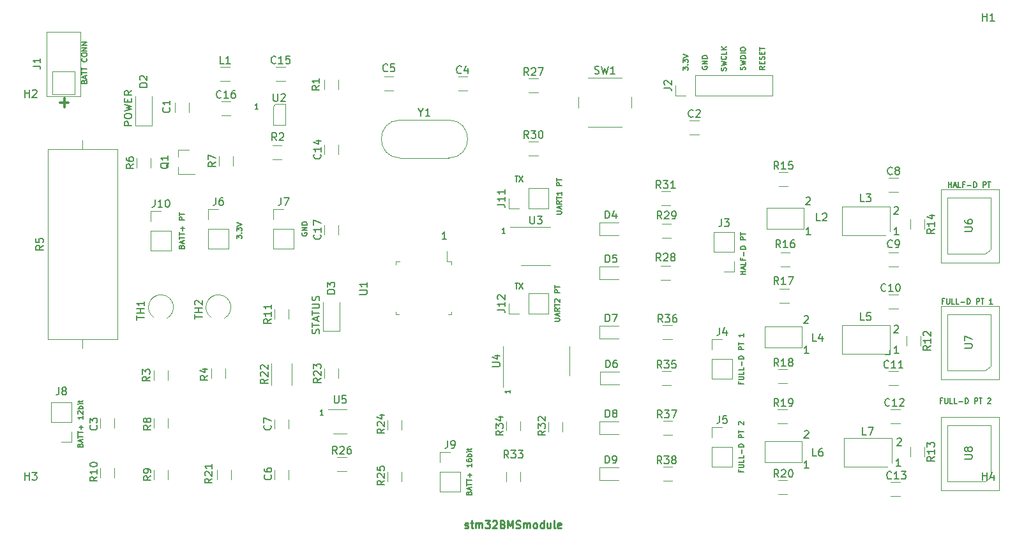
<source format=gbr>
%TF.GenerationSoftware,KiCad,Pcbnew,(5.1.6)-1*%
%TF.CreationDate,2020-08-06T11:36:23+02:00*%
%TF.ProjectId,Sintaksa-stm32g031-BMSmodul,53696e74-616b-4736-912d-73746d333267,rev?*%
%TF.SameCoordinates,Original*%
%TF.FileFunction,Legend,Top*%
%TF.FilePolarity,Positive*%
%FSLAX46Y46*%
G04 Gerber Fmt 4.6, Leading zero omitted, Abs format (unit mm)*
G04 Created by KiCad (PCBNEW (5.1.6)-1) date 2020-08-06 11:36:23*
%MOMM*%
%LPD*%
G01*
G04 APERTURE LIST*
%ADD10C,0.150000*%
%ADD11C,0.200000*%
%ADD12C,0.250000*%
%ADD13C,0.175000*%
%ADD14C,0.300000*%
%ADD15C,0.120000*%
%ADD16C,0.050000*%
G04 APERTURE END LIST*
D10*
X174900000Y-96400000D02*
X174300000Y-96400000D01*
X174900000Y-96350000D02*
X174900000Y-96400000D01*
X174894000Y-95808000D02*
X174900000Y-96350000D01*
D11*
X74366380Y-66063523D02*
X73366380Y-66063523D01*
X73366380Y-65682571D01*
X73414000Y-65587333D01*
X73461619Y-65539714D01*
X73556857Y-65492095D01*
X73699714Y-65492095D01*
X73794952Y-65539714D01*
X73842571Y-65587333D01*
X73890190Y-65682571D01*
X73890190Y-66063523D01*
X73366380Y-64873047D02*
X73366380Y-64682571D01*
X73414000Y-64587333D01*
X73509238Y-64492095D01*
X73699714Y-64444476D01*
X74033047Y-64444476D01*
X74223523Y-64492095D01*
X74318761Y-64587333D01*
X74366380Y-64682571D01*
X74366380Y-64873047D01*
X74318761Y-64968285D01*
X74223523Y-65063523D01*
X74033047Y-65111142D01*
X73699714Y-65111142D01*
X73509238Y-65063523D01*
X73414000Y-64968285D01*
X73366380Y-64873047D01*
X73366380Y-64111142D02*
X74366380Y-63873047D01*
X73652095Y-63682571D01*
X74366380Y-63492095D01*
X73366380Y-63254000D01*
X73842571Y-62873047D02*
X73842571Y-62539714D01*
X74366380Y-62396857D02*
X74366380Y-62873047D01*
X73366380Y-62873047D01*
X73366380Y-62396857D01*
X74366380Y-61396857D02*
X73890190Y-61730190D01*
X74366380Y-61968285D02*
X73366380Y-61968285D01*
X73366380Y-61587333D01*
X73414000Y-61492095D01*
X73461619Y-61444476D01*
X73556857Y-61396857D01*
X73699714Y-61396857D01*
X73794952Y-61444476D01*
X73842571Y-61492095D01*
X73890190Y-61587333D01*
X73890190Y-61968285D01*
X99210761Y-93662190D02*
X99258380Y-93519333D01*
X99258380Y-93281238D01*
X99210761Y-93186000D01*
X99163142Y-93138380D01*
X99067904Y-93090761D01*
X98972666Y-93090761D01*
X98877428Y-93138380D01*
X98829809Y-93186000D01*
X98782190Y-93281238D01*
X98734571Y-93471714D01*
X98686952Y-93566952D01*
X98639333Y-93614571D01*
X98544095Y-93662190D01*
X98448857Y-93662190D01*
X98353619Y-93614571D01*
X98306000Y-93566952D01*
X98258380Y-93471714D01*
X98258380Y-93233619D01*
X98306000Y-93090761D01*
X98258380Y-92805047D02*
X98258380Y-92233619D01*
X99258380Y-92519333D02*
X98258380Y-92519333D01*
X98972666Y-91947904D02*
X98972666Y-91471714D01*
X99258380Y-92043142D02*
X98258380Y-91709809D01*
X99258380Y-91376476D01*
X98258380Y-91186000D02*
X98258380Y-90614571D01*
X99258380Y-90900285D02*
X98258380Y-90900285D01*
X98258380Y-90281238D02*
X99067904Y-90281238D01*
X99163142Y-90233619D01*
X99210761Y-90186000D01*
X99258380Y-90090761D01*
X99258380Y-89900285D01*
X99210761Y-89805047D01*
X99163142Y-89757428D01*
X99067904Y-89709809D01*
X98258380Y-89709809D01*
X99210761Y-89281238D02*
X99258380Y-89138380D01*
X99258380Y-88900285D01*
X99210761Y-88805047D01*
X99163142Y-88757428D01*
X99067904Y-88709809D01*
X98972666Y-88709809D01*
X98877428Y-88757428D01*
X98829809Y-88805047D01*
X98782190Y-88900285D01*
X98734571Y-89090761D01*
X98686952Y-89186000D01*
X98639333Y-89233619D01*
X98544095Y-89281238D01*
X98448857Y-89281238D01*
X98353619Y-89233619D01*
X98306000Y-89186000D01*
X98258380Y-89090761D01*
X98258380Y-88852666D01*
X98306000Y-88709809D01*
D12*
X118559047Y-119444761D02*
X118654285Y-119492380D01*
X118844761Y-119492380D01*
X118940000Y-119444761D01*
X118987619Y-119349523D01*
X118987619Y-119301904D01*
X118940000Y-119206666D01*
X118844761Y-119159047D01*
X118701904Y-119159047D01*
X118606666Y-119111428D01*
X118559047Y-119016190D01*
X118559047Y-118968571D01*
X118606666Y-118873333D01*
X118701904Y-118825714D01*
X118844761Y-118825714D01*
X118940000Y-118873333D01*
X119273333Y-118825714D02*
X119654285Y-118825714D01*
X119416190Y-118492380D02*
X119416190Y-119349523D01*
X119463809Y-119444761D01*
X119559047Y-119492380D01*
X119654285Y-119492380D01*
X119987619Y-119492380D02*
X119987619Y-118825714D01*
X119987619Y-118920952D02*
X120035238Y-118873333D01*
X120130476Y-118825714D01*
X120273333Y-118825714D01*
X120368571Y-118873333D01*
X120416190Y-118968571D01*
X120416190Y-119492380D01*
X120416190Y-118968571D02*
X120463809Y-118873333D01*
X120559047Y-118825714D01*
X120701904Y-118825714D01*
X120797142Y-118873333D01*
X120844761Y-118968571D01*
X120844761Y-119492380D01*
X121225714Y-118492380D02*
X121844761Y-118492380D01*
X121511428Y-118873333D01*
X121654285Y-118873333D01*
X121749523Y-118920952D01*
X121797142Y-118968571D01*
X121844761Y-119063809D01*
X121844761Y-119301904D01*
X121797142Y-119397142D01*
X121749523Y-119444761D01*
X121654285Y-119492380D01*
X121368571Y-119492380D01*
X121273333Y-119444761D01*
X121225714Y-119397142D01*
X122225714Y-118587619D02*
X122273333Y-118540000D01*
X122368571Y-118492380D01*
X122606666Y-118492380D01*
X122701904Y-118540000D01*
X122749523Y-118587619D01*
X122797142Y-118682857D01*
X122797142Y-118778095D01*
X122749523Y-118920952D01*
X122178095Y-119492380D01*
X122797142Y-119492380D01*
X123559047Y-118968571D02*
X123701904Y-119016190D01*
X123749523Y-119063809D01*
X123797142Y-119159047D01*
X123797142Y-119301904D01*
X123749523Y-119397142D01*
X123701904Y-119444761D01*
X123606666Y-119492380D01*
X123225714Y-119492380D01*
X123225714Y-118492380D01*
X123559047Y-118492380D01*
X123654285Y-118540000D01*
X123701904Y-118587619D01*
X123749523Y-118682857D01*
X123749523Y-118778095D01*
X123701904Y-118873333D01*
X123654285Y-118920952D01*
X123559047Y-118968571D01*
X123225714Y-118968571D01*
X124225714Y-119492380D02*
X124225714Y-118492380D01*
X124559047Y-119206666D01*
X124892380Y-118492380D01*
X124892380Y-119492380D01*
X125320952Y-119444761D02*
X125463809Y-119492380D01*
X125701904Y-119492380D01*
X125797142Y-119444761D01*
X125844761Y-119397142D01*
X125892380Y-119301904D01*
X125892380Y-119206666D01*
X125844761Y-119111428D01*
X125797142Y-119063809D01*
X125701904Y-119016190D01*
X125511428Y-118968571D01*
X125416190Y-118920952D01*
X125368571Y-118873333D01*
X125320952Y-118778095D01*
X125320952Y-118682857D01*
X125368571Y-118587619D01*
X125416190Y-118540000D01*
X125511428Y-118492380D01*
X125749523Y-118492380D01*
X125892380Y-118540000D01*
X126320952Y-119492380D02*
X126320952Y-118825714D01*
X126320952Y-118920952D02*
X126368571Y-118873333D01*
X126463809Y-118825714D01*
X126606666Y-118825714D01*
X126701904Y-118873333D01*
X126749523Y-118968571D01*
X126749523Y-119492380D01*
X126749523Y-118968571D02*
X126797142Y-118873333D01*
X126892380Y-118825714D01*
X127035238Y-118825714D01*
X127130476Y-118873333D01*
X127178095Y-118968571D01*
X127178095Y-119492380D01*
X127797142Y-119492380D02*
X127701904Y-119444761D01*
X127654285Y-119397142D01*
X127606666Y-119301904D01*
X127606666Y-119016190D01*
X127654285Y-118920952D01*
X127701904Y-118873333D01*
X127797142Y-118825714D01*
X127940000Y-118825714D01*
X128035238Y-118873333D01*
X128082857Y-118920952D01*
X128130476Y-119016190D01*
X128130476Y-119301904D01*
X128082857Y-119397142D01*
X128035238Y-119444761D01*
X127940000Y-119492380D01*
X127797142Y-119492380D01*
X128987619Y-119492380D02*
X128987619Y-118492380D01*
X128987619Y-119444761D02*
X128892380Y-119492380D01*
X128701904Y-119492380D01*
X128606666Y-119444761D01*
X128559047Y-119397142D01*
X128511428Y-119301904D01*
X128511428Y-119016190D01*
X128559047Y-118920952D01*
X128606666Y-118873333D01*
X128701904Y-118825714D01*
X128892380Y-118825714D01*
X128987619Y-118873333D01*
X129892380Y-118825714D02*
X129892380Y-119492380D01*
X129463809Y-118825714D02*
X129463809Y-119349523D01*
X129511428Y-119444761D01*
X129606666Y-119492380D01*
X129749523Y-119492380D01*
X129844761Y-119444761D01*
X129892380Y-119397142D01*
X130511428Y-119492380D02*
X130416190Y-119444761D01*
X130368571Y-119349523D01*
X130368571Y-118492380D01*
X131273333Y-119444761D02*
X131178095Y-119492380D01*
X130987619Y-119492380D01*
X130892380Y-119444761D01*
X130844761Y-119349523D01*
X130844761Y-118968571D01*
X130892380Y-118873333D01*
X130987619Y-118825714D01*
X131178095Y-118825714D01*
X131273333Y-118873333D01*
X131320952Y-118968571D01*
X131320952Y-119063809D01*
X130844761Y-119159047D01*
D13*
X158304666Y-58166666D02*
X157971333Y-58400000D01*
X158304666Y-58566666D02*
X157604666Y-58566666D01*
X157604666Y-58300000D01*
X157638000Y-58233333D01*
X157671333Y-58200000D01*
X157738000Y-58166666D01*
X157838000Y-58166666D01*
X157904666Y-58200000D01*
X157938000Y-58233333D01*
X157971333Y-58300000D01*
X157971333Y-58566666D01*
X157938000Y-57866666D02*
X157938000Y-57633333D01*
X158304666Y-57533333D02*
X158304666Y-57866666D01*
X157604666Y-57866666D01*
X157604666Y-57533333D01*
X158271333Y-57266666D02*
X158304666Y-57166666D01*
X158304666Y-57000000D01*
X158271333Y-56933333D01*
X158238000Y-56900000D01*
X158171333Y-56866666D01*
X158104666Y-56866666D01*
X158038000Y-56900000D01*
X158004666Y-56933333D01*
X157971333Y-57000000D01*
X157938000Y-57133333D01*
X157904666Y-57200000D01*
X157871333Y-57233333D01*
X157804666Y-57266666D01*
X157738000Y-57266666D01*
X157671333Y-57233333D01*
X157638000Y-57200000D01*
X157604666Y-57133333D01*
X157604666Y-56966666D01*
X157638000Y-56866666D01*
X157938000Y-56566666D02*
X157938000Y-56333333D01*
X158304666Y-56233333D02*
X158304666Y-56566666D01*
X157604666Y-56566666D01*
X157604666Y-56233333D01*
X157604666Y-56033333D02*
X157604666Y-55633333D01*
X158304666Y-55833333D02*
X157604666Y-55833333D01*
X155731333Y-58633333D02*
X155764666Y-58533333D01*
X155764666Y-58366666D01*
X155731333Y-58300000D01*
X155698000Y-58266666D01*
X155631333Y-58233333D01*
X155564666Y-58233333D01*
X155498000Y-58266666D01*
X155464666Y-58300000D01*
X155431333Y-58366666D01*
X155398000Y-58500000D01*
X155364666Y-58566666D01*
X155331333Y-58600000D01*
X155264666Y-58633333D01*
X155198000Y-58633333D01*
X155131333Y-58600000D01*
X155098000Y-58566666D01*
X155064666Y-58500000D01*
X155064666Y-58333333D01*
X155098000Y-58233333D01*
X155064666Y-58000000D02*
X155764666Y-57833333D01*
X155264666Y-57700000D01*
X155764666Y-57566666D01*
X155064666Y-57400000D01*
X155764666Y-57133333D02*
X155064666Y-57133333D01*
X155064666Y-56966666D01*
X155098000Y-56866666D01*
X155164666Y-56800000D01*
X155231333Y-56766666D01*
X155364666Y-56733333D01*
X155464666Y-56733333D01*
X155598000Y-56766666D01*
X155664666Y-56800000D01*
X155731333Y-56866666D01*
X155764666Y-56966666D01*
X155764666Y-57133333D01*
X155764666Y-56433333D02*
X155064666Y-56433333D01*
X155064666Y-55966666D02*
X155064666Y-55833333D01*
X155098000Y-55766666D01*
X155164666Y-55700000D01*
X155298000Y-55666666D01*
X155531333Y-55666666D01*
X155664666Y-55700000D01*
X155731333Y-55766666D01*
X155764666Y-55833333D01*
X155764666Y-55966666D01*
X155731333Y-56033333D01*
X155664666Y-56100000D01*
X155531333Y-56133333D01*
X155298000Y-56133333D01*
X155164666Y-56100000D01*
X155098000Y-56033333D01*
X155064666Y-55966666D01*
X153191333Y-58733333D02*
X153224666Y-58633333D01*
X153224666Y-58466666D01*
X153191333Y-58400000D01*
X153158000Y-58366666D01*
X153091333Y-58333333D01*
X153024666Y-58333333D01*
X152958000Y-58366666D01*
X152924666Y-58400000D01*
X152891333Y-58466666D01*
X152858000Y-58600000D01*
X152824666Y-58666666D01*
X152791333Y-58700000D01*
X152724666Y-58733333D01*
X152658000Y-58733333D01*
X152591333Y-58700000D01*
X152558000Y-58666666D01*
X152524666Y-58600000D01*
X152524666Y-58433333D01*
X152558000Y-58333333D01*
X152524666Y-58100000D02*
X153224666Y-57933333D01*
X152724666Y-57800000D01*
X153224666Y-57666666D01*
X152524666Y-57500000D01*
X153158000Y-56833333D02*
X153191333Y-56866666D01*
X153224666Y-56966666D01*
X153224666Y-57033333D01*
X153191333Y-57133333D01*
X153124666Y-57200000D01*
X153058000Y-57233333D01*
X152924666Y-57266666D01*
X152824666Y-57266666D01*
X152691333Y-57233333D01*
X152624666Y-57200000D01*
X152558000Y-57133333D01*
X152524666Y-57033333D01*
X152524666Y-56966666D01*
X152558000Y-56866666D01*
X152591333Y-56833333D01*
X153224666Y-56200000D02*
X153224666Y-56533333D01*
X152524666Y-56533333D01*
X153224666Y-55966666D02*
X152524666Y-55966666D01*
X153224666Y-55566666D02*
X152824666Y-55866666D01*
X152524666Y-55566666D02*
X152924666Y-55966666D01*
X150018000Y-58191333D02*
X149984666Y-58258000D01*
X149984666Y-58358000D01*
X150018000Y-58458000D01*
X150084666Y-58524666D01*
X150151333Y-58558000D01*
X150284666Y-58591333D01*
X150384666Y-58591333D01*
X150518000Y-58558000D01*
X150584666Y-58524666D01*
X150651333Y-58458000D01*
X150684666Y-58358000D01*
X150684666Y-58291333D01*
X150651333Y-58191333D01*
X150618000Y-58158000D01*
X150384666Y-58158000D01*
X150384666Y-58291333D01*
X150684666Y-57858000D02*
X149984666Y-57858000D01*
X150684666Y-57458000D01*
X149984666Y-57458000D01*
X150684666Y-57124666D02*
X149984666Y-57124666D01*
X149984666Y-56958000D01*
X150018000Y-56858000D01*
X150084666Y-56791333D01*
X150151333Y-56758000D01*
X150284666Y-56724666D01*
X150384666Y-56724666D01*
X150518000Y-56758000D01*
X150584666Y-56791333D01*
X150651333Y-56858000D01*
X150684666Y-56958000D01*
X150684666Y-57124666D01*
X147444666Y-58691333D02*
X147444666Y-58258000D01*
X147711333Y-58491333D01*
X147711333Y-58391333D01*
X147744666Y-58324666D01*
X147778000Y-58291333D01*
X147844666Y-58258000D01*
X148011333Y-58258000D01*
X148078000Y-58291333D01*
X148111333Y-58324666D01*
X148144666Y-58391333D01*
X148144666Y-58591333D01*
X148111333Y-58658000D01*
X148078000Y-58691333D01*
X148078000Y-57958000D02*
X148111333Y-57924666D01*
X148144666Y-57958000D01*
X148111333Y-57991333D01*
X148078000Y-57958000D01*
X148144666Y-57958000D01*
X147444666Y-57691333D02*
X147444666Y-57258000D01*
X147711333Y-57491333D01*
X147711333Y-57391333D01*
X147744666Y-57324666D01*
X147778000Y-57291333D01*
X147844666Y-57258000D01*
X148011333Y-57258000D01*
X148078000Y-57291333D01*
X148111333Y-57324666D01*
X148144666Y-57391333D01*
X148144666Y-57591333D01*
X148111333Y-57658000D01*
X148078000Y-57691333D01*
X147444666Y-57058000D02*
X148144666Y-56824666D01*
X147444666Y-56591333D01*
X130426666Y-91995333D02*
X130993333Y-91995333D01*
X131060000Y-91962000D01*
X131093333Y-91928666D01*
X131126666Y-91862000D01*
X131126666Y-91728666D01*
X131093333Y-91662000D01*
X131060000Y-91628666D01*
X130993333Y-91595333D01*
X130426666Y-91595333D01*
X130926666Y-91295333D02*
X130926666Y-90962000D01*
X131126666Y-91362000D02*
X130426666Y-91128666D01*
X131126666Y-90895333D01*
X131126666Y-90262000D02*
X130793333Y-90495333D01*
X131126666Y-90662000D02*
X130426666Y-90662000D01*
X130426666Y-90395333D01*
X130460000Y-90328666D01*
X130493333Y-90295333D01*
X130560000Y-90262000D01*
X130660000Y-90262000D01*
X130726666Y-90295333D01*
X130760000Y-90328666D01*
X130793333Y-90395333D01*
X130793333Y-90662000D01*
X130426666Y-90062000D02*
X130426666Y-89662000D01*
X131126666Y-89862000D02*
X130426666Y-89862000D01*
X130493333Y-89462000D02*
X130460000Y-89428666D01*
X130426666Y-89362000D01*
X130426666Y-89195333D01*
X130460000Y-89128666D01*
X130493333Y-89095333D01*
X130560000Y-89062000D01*
X130626666Y-89062000D01*
X130726666Y-89095333D01*
X131126666Y-89495333D01*
X131126666Y-89062000D01*
X131126666Y-88228666D02*
X130426666Y-88228666D01*
X130426666Y-87962000D01*
X130460000Y-87895333D01*
X130493333Y-87862000D01*
X130560000Y-87828666D01*
X130660000Y-87828666D01*
X130726666Y-87862000D01*
X130760000Y-87895333D01*
X130793333Y-87962000D01*
X130793333Y-88228666D01*
X130426666Y-87628666D02*
X130426666Y-87228666D01*
X131126666Y-87428666D02*
X130426666Y-87428666D01*
X125196666Y-86992666D02*
X125596666Y-86992666D01*
X125396666Y-87692666D02*
X125396666Y-86992666D01*
X125763333Y-86992666D02*
X126230000Y-87692666D01*
X126230000Y-86992666D02*
X125763333Y-87692666D01*
X125196666Y-72768666D02*
X125596666Y-72768666D01*
X125396666Y-73468666D02*
X125396666Y-72768666D01*
X125763333Y-72768666D02*
X126230000Y-73468666D01*
X126230000Y-72768666D02*
X125763333Y-73468666D01*
X130680666Y-77771333D02*
X131247333Y-77771333D01*
X131314000Y-77738000D01*
X131347333Y-77704666D01*
X131380666Y-77638000D01*
X131380666Y-77504666D01*
X131347333Y-77438000D01*
X131314000Y-77404666D01*
X131247333Y-77371333D01*
X130680666Y-77371333D01*
X131180666Y-77071333D02*
X131180666Y-76738000D01*
X131380666Y-77138000D02*
X130680666Y-76904666D01*
X131380666Y-76671333D01*
X131380666Y-76038000D02*
X131047333Y-76271333D01*
X131380666Y-76438000D02*
X130680666Y-76438000D01*
X130680666Y-76171333D01*
X130714000Y-76104666D01*
X130747333Y-76071333D01*
X130814000Y-76038000D01*
X130914000Y-76038000D01*
X130980666Y-76071333D01*
X131014000Y-76104666D01*
X131047333Y-76171333D01*
X131047333Y-76438000D01*
X130680666Y-75838000D02*
X130680666Y-75438000D01*
X131380666Y-75638000D02*
X130680666Y-75638000D01*
X131380666Y-74838000D02*
X131380666Y-75238000D01*
X131380666Y-75038000D02*
X130680666Y-75038000D01*
X130780666Y-75104666D01*
X130847333Y-75171333D01*
X130880666Y-75238000D01*
X131380666Y-74004666D02*
X130680666Y-74004666D01*
X130680666Y-73738000D01*
X130714000Y-73671333D01*
X130747333Y-73638000D01*
X130814000Y-73604666D01*
X130914000Y-73604666D01*
X130980666Y-73638000D01*
X131014000Y-73671333D01*
X131047333Y-73738000D01*
X131047333Y-74004666D01*
X130680666Y-73404666D02*
X130680666Y-73004666D01*
X131380666Y-73204666D02*
X130680666Y-73204666D01*
D14*
X64828571Y-63007142D02*
X65971428Y-63007142D01*
X65400000Y-63578571D02*
X65400000Y-62435714D01*
D13*
X68050000Y-60200000D02*
X68083333Y-60100000D01*
X68116666Y-60066666D01*
X68183333Y-60033333D01*
X68283333Y-60033333D01*
X68350000Y-60066666D01*
X68383333Y-60100000D01*
X68416666Y-60166666D01*
X68416666Y-60433333D01*
X67716666Y-60433333D01*
X67716666Y-60200000D01*
X67750000Y-60133333D01*
X67783333Y-60100000D01*
X67850000Y-60066666D01*
X67916666Y-60066666D01*
X67983333Y-60100000D01*
X68016666Y-60133333D01*
X68050000Y-60200000D01*
X68050000Y-60433333D01*
X68216666Y-59766666D02*
X68216666Y-59433333D01*
X68416666Y-59833333D02*
X67716666Y-59600000D01*
X68416666Y-59366666D01*
X67716666Y-59233333D02*
X67716666Y-58833333D01*
X68416666Y-59033333D02*
X67716666Y-59033333D01*
X67716666Y-58700000D02*
X67716666Y-58300000D01*
X68416666Y-58500000D02*
X67716666Y-58500000D01*
X68350000Y-57133333D02*
X68383333Y-57166666D01*
X68416666Y-57266666D01*
X68416666Y-57333333D01*
X68383333Y-57433333D01*
X68316666Y-57500000D01*
X68250000Y-57533333D01*
X68116666Y-57566666D01*
X68016666Y-57566666D01*
X67883333Y-57533333D01*
X67816666Y-57500000D01*
X67750000Y-57433333D01*
X67716666Y-57333333D01*
X67716666Y-57266666D01*
X67750000Y-57166666D01*
X67783333Y-57133333D01*
X67716666Y-56700000D02*
X67716666Y-56566666D01*
X67750000Y-56500000D01*
X67816666Y-56433333D01*
X67950000Y-56400000D01*
X68183333Y-56400000D01*
X68316666Y-56433333D01*
X68383333Y-56500000D01*
X68416666Y-56566666D01*
X68416666Y-56700000D01*
X68383333Y-56766666D01*
X68316666Y-56833333D01*
X68183333Y-56866666D01*
X67950000Y-56866666D01*
X67816666Y-56833333D01*
X67750000Y-56766666D01*
X67716666Y-56700000D01*
X68416666Y-56100000D02*
X67716666Y-56100000D01*
X68416666Y-55700000D01*
X67716666Y-55700000D01*
X68416666Y-55366666D02*
X67716666Y-55366666D01*
X68416666Y-54966666D01*
X67716666Y-54966666D01*
X96932000Y-80289333D02*
X96898666Y-80356000D01*
X96898666Y-80456000D01*
X96932000Y-80556000D01*
X96998666Y-80622666D01*
X97065333Y-80656000D01*
X97198666Y-80689333D01*
X97298666Y-80689333D01*
X97432000Y-80656000D01*
X97498666Y-80622666D01*
X97565333Y-80556000D01*
X97598666Y-80456000D01*
X97598666Y-80389333D01*
X97565333Y-80289333D01*
X97532000Y-80256000D01*
X97298666Y-80256000D01*
X97298666Y-80389333D01*
X97598666Y-79956000D02*
X96898666Y-79956000D01*
X97598666Y-79556000D01*
X96898666Y-79556000D01*
X97598666Y-79222666D02*
X96898666Y-79222666D01*
X96898666Y-79056000D01*
X96932000Y-78956000D01*
X96998666Y-78889333D01*
X97065333Y-78856000D01*
X97198666Y-78822666D01*
X97298666Y-78822666D01*
X97432000Y-78856000D01*
X97498666Y-78889333D01*
X97565333Y-78956000D01*
X97598666Y-79056000D01*
X97598666Y-79222666D01*
X88262666Y-81043333D02*
X88262666Y-80610000D01*
X88529333Y-80843333D01*
X88529333Y-80743333D01*
X88562666Y-80676666D01*
X88596000Y-80643333D01*
X88662666Y-80610000D01*
X88829333Y-80610000D01*
X88896000Y-80643333D01*
X88929333Y-80676666D01*
X88962666Y-80743333D01*
X88962666Y-80943333D01*
X88929333Y-81010000D01*
X88896000Y-81043333D01*
X88896000Y-80310000D02*
X88929333Y-80276666D01*
X88962666Y-80310000D01*
X88929333Y-80343333D01*
X88896000Y-80310000D01*
X88962666Y-80310000D01*
X88262666Y-80043333D02*
X88262666Y-79610000D01*
X88529333Y-79843333D01*
X88529333Y-79743333D01*
X88562666Y-79676666D01*
X88596000Y-79643333D01*
X88662666Y-79610000D01*
X88829333Y-79610000D01*
X88896000Y-79643333D01*
X88929333Y-79676666D01*
X88962666Y-79743333D01*
X88962666Y-79943333D01*
X88929333Y-80010000D01*
X88896000Y-80043333D01*
X88262666Y-79410000D02*
X88962666Y-79176666D01*
X88262666Y-78943333D01*
X80976000Y-82110000D02*
X81009333Y-82010000D01*
X81042666Y-81976666D01*
X81109333Y-81943333D01*
X81209333Y-81943333D01*
X81276000Y-81976666D01*
X81309333Y-82010000D01*
X81342666Y-82076666D01*
X81342666Y-82343333D01*
X80642666Y-82343333D01*
X80642666Y-82110000D01*
X80676000Y-82043333D01*
X80709333Y-82010000D01*
X80776000Y-81976666D01*
X80842666Y-81976666D01*
X80909333Y-82010000D01*
X80942666Y-82043333D01*
X80976000Y-82110000D01*
X80976000Y-82343333D01*
X81142666Y-81676666D02*
X81142666Y-81343333D01*
X81342666Y-81743333D02*
X80642666Y-81510000D01*
X81342666Y-81276666D01*
X80642666Y-81143333D02*
X80642666Y-80743333D01*
X81342666Y-80943333D02*
X80642666Y-80943333D01*
X80642666Y-80610000D02*
X80642666Y-80210000D01*
X81342666Y-80410000D02*
X80642666Y-80410000D01*
X81076000Y-79976666D02*
X81076000Y-79443333D01*
X81342666Y-79710000D02*
X80809333Y-79710000D01*
X81342666Y-78576666D02*
X80642666Y-78576666D01*
X80642666Y-78310000D01*
X80676000Y-78243333D01*
X80709333Y-78210000D01*
X80776000Y-78176666D01*
X80876000Y-78176666D01*
X80942666Y-78210000D01*
X80976000Y-78243333D01*
X81009333Y-78310000D01*
X81009333Y-78576666D01*
X80642666Y-77976666D02*
X80642666Y-77576666D01*
X81342666Y-77776666D02*
X80642666Y-77776666D01*
X67514000Y-108497333D02*
X67547333Y-108397333D01*
X67580666Y-108364000D01*
X67647333Y-108330666D01*
X67747333Y-108330666D01*
X67814000Y-108364000D01*
X67847333Y-108397333D01*
X67880666Y-108464000D01*
X67880666Y-108730666D01*
X67180666Y-108730666D01*
X67180666Y-108497333D01*
X67214000Y-108430666D01*
X67247333Y-108397333D01*
X67314000Y-108364000D01*
X67380666Y-108364000D01*
X67447333Y-108397333D01*
X67480666Y-108430666D01*
X67514000Y-108497333D01*
X67514000Y-108730666D01*
X67680666Y-108064000D02*
X67680666Y-107730666D01*
X67880666Y-108130666D02*
X67180666Y-107897333D01*
X67880666Y-107664000D01*
X67180666Y-107530666D02*
X67180666Y-107130666D01*
X67880666Y-107330666D02*
X67180666Y-107330666D01*
X67180666Y-106997333D02*
X67180666Y-106597333D01*
X67880666Y-106797333D02*
X67180666Y-106797333D01*
X67614000Y-106364000D02*
X67614000Y-105830666D01*
X67880666Y-106097333D02*
X67347333Y-106097333D01*
X67880666Y-104597333D02*
X67880666Y-104997333D01*
X67880666Y-104797333D02*
X67180666Y-104797333D01*
X67280666Y-104864000D01*
X67347333Y-104930666D01*
X67380666Y-104997333D01*
X67247333Y-104330666D02*
X67214000Y-104297333D01*
X67180666Y-104230666D01*
X67180666Y-104064000D01*
X67214000Y-103997333D01*
X67247333Y-103964000D01*
X67314000Y-103930666D01*
X67380666Y-103930666D01*
X67480666Y-103964000D01*
X67880666Y-104364000D01*
X67880666Y-103930666D01*
X67880666Y-103630666D02*
X67180666Y-103630666D01*
X67447333Y-103630666D02*
X67414000Y-103564000D01*
X67414000Y-103430666D01*
X67447333Y-103364000D01*
X67480666Y-103330666D01*
X67547333Y-103297333D01*
X67747333Y-103297333D01*
X67814000Y-103330666D01*
X67847333Y-103364000D01*
X67880666Y-103430666D01*
X67880666Y-103564000D01*
X67847333Y-103630666D01*
X67880666Y-102997333D02*
X67414000Y-102997333D01*
X67180666Y-102997333D02*
X67214000Y-103030666D01*
X67247333Y-102997333D01*
X67214000Y-102964000D01*
X67180666Y-102997333D01*
X67247333Y-102997333D01*
X67414000Y-102764000D02*
X67414000Y-102497333D01*
X67180666Y-102664000D02*
X67780666Y-102664000D01*
X67847333Y-102630666D01*
X67880666Y-102564000D01*
X67880666Y-102497333D01*
X119076000Y-114847333D02*
X119109333Y-114747333D01*
X119142666Y-114714000D01*
X119209333Y-114680666D01*
X119309333Y-114680666D01*
X119376000Y-114714000D01*
X119409333Y-114747333D01*
X119442666Y-114814000D01*
X119442666Y-115080666D01*
X118742666Y-115080666D01*
X118742666Y-114847333D01*
X118776000Y-114780666D01*
X118809333Y-114747333D01*
X118876000Y-114714000D01*
X118942666Y-114714000D01*
X119009333Y-114747333D01*
X119042666Y-114780666D01*
X119076000Y-114847333D01*
X119076000Y-115080666D01*
X119242666Y-114414000D02*
X119242666Y-114080666D01*
X119442666Y-114480666D02*
X118742666Y-114247333D01*
X119442666Y-114014000D01*
X118742666Y-113880666D02*
X118742666Y-113480666D01*
X119442666Y-113680666D02*
X118742666Y-113680666D01*
X118742666Y-113347333D02*
X118742666Y-112947333D01*
X119442666Y-113147333D02*
X118742666Y-113147333D01*
X119176000Y-112714000D02*
X119176000Y-112180666D01*
X119442666Y-112447333D02*
X118909333Y-112447333D01*
X119442666Y-110947333D02*
X119442666Y-111347333D01*
X119442666Y-111147333D02*
X118742666Y-111147333D01*
X118842666Y-111214000D01*
X118909333Y-111280666D01*
X118942666Y-111347333D01*
X118742666Y-110347333D02*
X118742666Y-110480666D01*
X118776000Y-110547333D01*
X118809333Y-110580666D01*
X118909333Y-110647333D01*
X119042666Y-110680666D01*
X119309333Y-110680666D01*
X119376000Y-110647333D01*
X119409333Y-110614000D01*
X119442666Y-110547333D01*
X119442666Y-110414000D01*
X119409333Y-110347333D01*
X119376000Y-110314000D01*
X119309333Y-110280666D01*
X119142666Y-110280666D01*
X119076000Y-110314000D01*
X119042666Y-110347333D01*
X119009333Y-110414000D01*
X119009333Y-110547333D01*
X119042666Y-110614000D01*
X119076000Y-110647333D01*
X119142666Y-110680666D01*
X119442666Y-109980666D02*
X118742666Y-109980666D01*
X119009333Y-109980666D02*
X118976000Y-109914000D01*
X118976000Y-109780666D01*
X119009333Y-109714000D01*
X119042666Y-109680666D01*
X119109333Y-109647333D01*
X119309333Y-109647333D01*
X119376000Y-109680666D01*
X119409333Y-109714000D01*
X119442666Y-109780666D01*
X119442666Y-109914000D01*
X119409333Y-109980666D01*
X119442666Y-109347333D02*
X118976000Y-109347333D01*
X118742666Y-109347333D02*
X118776000Y-109380666D01*
X118809333Y-109347333D01*
X118776000Y-109314000D01*
X118742666Y-109347333D01*
X118809333Y-109347333D01*
X118976000Y-109114000D02*
X118976000Y-108847333D01*
X118742666Y-109014000D02*
X119342666Y-109014000D01*
X119409333Y-108980666D01*
X119442666Y-108914000D01*
X119442666Y-108847333D01*
X155764666Y-85808000D02*
X155064666Y-85808000D01*
X155398000Y-85808000D02*
X155398000Y-85408000D01*
X155764666Y-85408000D02*
X155064666Y-85408000D01*
X155564666Y-85108000D02*
X155564666Y-84774666D01*
X155764666Y-85174666D02*
X155064666Y-84941333D01*
X155764666Y-84708000D01*
X155764666Y-84141333D02*
X155764666Y-84474666D01*
X155064666Y-84474666D01*
X155398000Y-83674666D02*
X155398000Y-83908000D01*
X155764666Y-83908000D02*
X155064666Y-83908000D01*
X155064666Y-83574666D01*
X155498000Y-83308000D02*
X155498000Y-82774666D01*
X155764666Y-82441333D02*
X155064666Y-82441333D01*
X155064666Y-82274666D01*
X155098000Y-82174666D01*
X155164666Y-82108000D01*
X155231333Y-82074666D01*
X155364666Y-82041333D01*
X155464666Y-82041333D01*
X155598000Y-82074666D01*
X155664666Y-82108000D01*
X155731333Y-82174666D01*
X155764666Y-82274666D01*
X155764666Y-82441333D01*
X155764666Y-81208000D02*
X155064666Y-81208000D01*
X155064666Y-80941333D01*
X155098000Y-80874666D01*
X155131333Y-80841333D01*
X155198000Y-80808000D01*
X155298000Y-80808000D01*
X155364666Y-80841333D01*
X155398000Y-80874666D01*
X155431333Y-80941333D01*
X155431333Y-81208000D01*
X155064666Y-80608000D02*
X155064666Y-80208000D01*
X155764666Y-80408000D02*
X155064666Y-80408000D01*
X155144000Y-100128000D02*
X155144000Y-100361333D01*
X155510666Y-100361333D02*
X154810666Y-100361333D01*
X154810666Y-100028000D01*
X154810666Y-99761333D02*
X155377333Y-99761333D01*
X155444000Y-99728000D01*
X155477333Y-99694666D01*
X155510666Y-99628000D01*
X155510666Y-99494666D01*
X155477333Y-99428000D01*
X155444000Y-99394666D01*
X155377333Y-99361333D01*
X154810666Y-99361333D01*
X155510666Y-98694666D02*
X155510666Y-99028000D01*
X154810666Y-99028000D01*
X155510666Y-98128000D02*
X155510666Y-98461333D01*
X154810666Y-98461333D01*
X155244000Y-97894666D02*
X155244000Y-97361333D01*
X155510666Y-97028000D02*
X154810666Y-97028000D01*
X154810666Y-96861333D01*
X154844000Y-96761333D01*
X154910666Y-96694666D01*
X154977333Y-96661333D01*
X155110666Y-96628000D01*
X155210666Y-96628000D01*
X155344000Y-96661333D01*
X155410666Y-96694666D01*
X155477333Y-96761333D01*
X155510666Y-96861333D01*
X155510666Y-97028000D01*
X155510666Y-95794666D02*
X154810666Y-95794666D01*
X154810666Y-95528000D01*
X154844000Y-95461333D01*
X154877333Y-95428000D01*
X154944000Y-95394666D01*
X155044000Y-95394666D01*
X155110666Y-95428000D01*
X155144000Y-95461333D01*
X155177333Y-95528000D01*
X155177333Y-95794666D01*
X154810666Y-95194666D02*
X154810666Y-94794666D01*
X155510666Y-94994666D02*
X154810666Y-94994666D01*
X155510666Y-93661333D02*
X155510666Y-94061333D01*
X155510666Y-93861333D02*
X154810666Y-93861333D01*
X154910666Y-93928000D01*
X154977333Y-93994666D01*
X155010666Y-94061333D01*
X155144000Y-111812000D02*
X155144000Y-112045333D01*
X155510666Y-112045333D02*
X154810666Y-112045333D01*
X154810666Y-111712000D01*
X154810666Y-111445333D02*
X155377333Y-111445333D01*
X155444000Y-111412000D01*
X155477333Y-111378666D01*
X155510666Y-111312000D01*
X155510666Y-111178666D01*
X155477333Y-111112000D01*
X155444000Y-111078666D01*
X155377333Y-111045333D01*
X154810666Y-111045333D01*
X155510666Y-110378666D02*
X155510666Y-110712000D01*
X154810666Y-110712000D01*
X155510666Y-109812000D02*
X155510666Y-110145333D01*
X154810666Y-110145333D01*
X155244000Y-109578666D02*
X155244000Y-109045333D01*
X155510666Y-108712000D02*
X154810666Y-108712000D01*
X154810666Y-108545333D01*
X154844000Y-108445333D01*
X154910666Y-108378666D01*
X154977333Y-108345333D01*
X155110666Y-108312000D01*
X155210666Y-108312000D01*
X155344000Y-108345333D01*
X155410666Y-108378666D01*
X155477333Y-108445333D01*
X155510666Y-108545333D01*
X155510666Y-108712000D01*
X155510666Y-107478666D02*
X154810666Y-107478666D01*
X154810666Y-107212000D01*
X154844000Y-107145333D01*
X154877333Y-107112000D01*
X154944000Y-107078666D01*
X155044000Y-107078666D01*
X155110666Y-107112000D01*
X155144000Y-107145333D01*
X155177333Y-107212000D01*
X155177333Y-107478666D01*
X154810666Y-106878666D02*
X154810666Y-106478666D01*
X155510666Y-106678666D02*
X154810666Y-106678666D01*
X154877333Y-105745333D02*
X154844000Y-105712000D01*
X154810666Y-105645333D01*
X154810666Y-105478666D01*
X154844000Y-105412000D01*
X154877333Y-105378666D01*
X154944000Y-105345333D01*
X155010666Y-105345333D01*
X155110666Y-105378666D01*
X155510666Y-105778666D01*
X155510666Y-105345333D01*
X181812000Y-102566000D02*
X181578666Y-102566000D01*
X181578666Y-102932666D02*
X181578666Y-102232666D01*
X181912000Y-102232666D01*
X182178666Y-102232666D02*
X182178666Y-102799333D01*
X182212000Y-102866000D01*
X182245333Y-102899333D01*
X182312000Y-102932666D01*
X182445333Y-102932666D01*
X182512000Y-102899333D01*
X182545333Y-102866000D01*
X182578666Y-102799333D01*
X182578666Y-102232666D01*
X183245333Y-102932666D02*
X182912000Y-102932666D01*
X182912000Y-102232666D01*
X183812000Y-102932666D02*
X183478666Y-102932666D01*
X183478666Y-102232666D01*
X184045333Y-102666000D02*
X184578666Y-102666000D01*
X184912000Y-102932666D02*
X184912000Y-102232666D01*
X185078666Y-102232666D01*
X185178666Y-102266000D01*
X185245333Y-102332666D01*
X185278666Y-102399333D01*
X185312000Y-102532666D01*
X185312000Y-102632666D01*
X185278666Y-102766000D01*
X185245333Y-102832666D01*
X185178666Y-102899333D01*
X185078666Y-102932666D01*
X184912000Y-102932666D01*
X186145333Y-102932666D02*
X186145333Y-102232666D01*
X186412000Y-102232666D01*
X186478666Y-102266000D01*
X186512000Y-102299333D01*
X186545333Y-102366000D01*
X186545333Y-102466000D01*
X186512000Y-102532666D01*
X186478666Y-102566000D01*
X186412000Y-102599333D01*
X186145333Y-102599333D01*
X186745333Y-102232666D02*
X187145333Y-102232666D01*
X186945333Y-102932666D02*
X186945333Y-102232666D01*
X187878666Y-102299333D02*
X187912000Y-102266000D01*
X187978666Y-102232666D01*
X188145333Y-102232666D01*
X188212000Y-102266000D01*
X188245333Y-102299333D01*
X188278666Y-102366000D01*
X188278666Y-102432666D01*
X188245333Y-102532666D01*
X187845333Y-102932666D01*
X188278666Y-102932666D01*
X182066000Y-89358000D02*
X181832666Y-89358000D01*
X181832666Y-89724666D02*
X181832666Y-89024666D01*
X182166000Y-89024666D01*
X182432666Y-89024666D02*
X182432666Y-89591333D01*
X182466000Y-89658000D01*
X182499333Y-89691333D01*
X182566000Y-89724666D01*
X182699333Y-89724666D01*
X182766000Y-89691333D01*
X182799333Y-89658000D01*
X182832666Y-89591333D01*
X182832666Y-89024666D01*
X183499333Y-89724666D02*
X183166000Y-89724666D01*
X183166000Y-89024666D01*
X184066000Y-89724666D02*
X183732666Y-89724666D01*
X183732666Y-89024666D01*
X184299333Y-89458000D02*
X184832666Y-89458000D01*
X185166000Y-89724666D02*
X185166000Y-89024666D01*
X185332666Y-89024666D01*
X185432666Y-89058000D01*
X185499333Y-89124666D01*
X185532666Y-89191333D01*
X185566000Y-89324666D01*
X185566000Y-89424666D01*
X185532666Y-89558000D01*
X185499333Y-89624666D01*
X185432666Y-89691333D01*
X185332666Y-89724666D01*
X185166000Y-89724666D01*
X186399333Y-89724666D02*
X186399333Y-89024666D01*
X186666000Y-89024666D01*
X186732666Y-89058000D01*
X186766000Y-89091333D01*
X186799333Y-89158000D01*
X186799333Y-89258000D01*
X186766000Y-89324666D01*
X186732666Y-89358000D01*
X186666000Y-89391333D01*
X186399333Y-89391333D01*
X186999333Y-89024666D02*
X187399333Y-89024666D01*
X187199333Y-89724666D02*
X187199333Y-89024666D01*
X188532666Y-89724666D02*
X188132666Y-89724666D01*
X188332666Y-89724666D02*
X188332666Y-89024666D01*
X188266000Y-89124666D01*
X188199333Y-89191333D01*
X188132666Y-89224666D01*
X182670000Y-74230666D02*
X182670000Y-73530666D01*
X182670000Y-73864000D02*
X183070000Y-73864000D01*
X183070000Y-74230666D02*
X183070000Y-73530666D01*
X183370000Y-74030666D02*
X183703333Y-74030666D01*
X183303333Y-74230666D02*
X183536666Y-73530666D01*
X183770000Y-74230666D01*
X184336666Y-74230666D02*
X184003333Y-74230666D01*
X184003333Y-73530666D01*
X184803333Y-73864000D02*
X184570000Y-73864000D01*
X184570000Y-74230666D02*
X184570000Y-73530666D01*
X184903333Y-73530666D01*
X185170000Y-73964000D02*
X185703333Y-73964000D01*
X186036666Y-74230666D02*
X186036666Y-73530666D01*
X186203333Y-73530666D01*
X186303333Y-73564000D01*
X186370000Y-73630666D01*
X186403333Y-73697333D01*
X186436666Y-73830666D01*
X186436666Y-73930666D01*
X186403333Y-74064000D01*
X186370000Y-74130666D01*
X186303333Y-74197333D01*
X186203333Y-74230666D01*
X186036666Y-74230666D01*
X187270000Y-74230666D02*
X187270000Y-73530666D01*
X187536666Y-73530666D01*
X187603333Y-73564000D01*
X187636666Y-73597333D01*
X187670000Y-73664000D01*
X187670000Y-73764000D01*
X187636666Y-73830666D01*
X187603333Y-73864000D01*
X187536666Y-73897333D01*
X187270000Y-73897333D01*
X187870000Y-73530666D02*
X188270000Y-73530666D01*
X188070000Y-74230666D02*
X188070000Y-73530666D01*
X123898000Y-80326666D02*
X123498000Y-80326666D01*
X123698000Y-80326666D02*
X123698000Y-79626666D01*
X123631333Y-79726666D01*
X123564666Y-79793333D01*
X123498000Y-79826666D01*
X99768000Y-104456666D02*
X99368000Y-104456666D01*
X99568000Y-104456666D02*
X99568000Y-103756666D01*
X99501333Y-103856666D01*
X99434666Y-103923333D01*
X99368000Y-103956666D01*
X91132000Y-63816666D02*
X90732000Y-63816666D01*
X90932000Y-63816666D02*
X90932000Y-63116666D01*
X90865333Y-63216666D01*
X90798666Y-63283333D01*
X90732000Y-63316666D01*
X124522666Y-101146000D02*
X124522666Y-101546000D01*
X124522666Y-101346000D02*
X123822666Y-101346000D01*
X123922666Y-101412666D01*
X123989333Y-101479333D01*
X124022666Y-101546000D01*
D15*
%TO.C,J1*%
X67525000Y-62160000D02*
X67525000Y-53610000D01*
X63075000Y-62160000D02*
X67525000Y-62160000D01*
X63075000Y-53610000D02*
X63075000Y-62160000D01*
X67525000Y-53610000D02*
X63075000Y-53610000D01*
D16*
X63800000Y-58860000D02*
X66800000Y-58860000D01*
X63800000Y-61860000D02*
X63800000Y-58860000D01*
X66800000Y-61860000D02*
X63800000Y-61860000D01*
X66800000Y-58860000D02*
X66800000Y-61860000D01*
D15*
%TO.C,U8*%
X187495000Y-113306000D02*
X188170000Y-112811000D01*
X187495000Y-113311000D02*
X182645000Y-113311000D01*
X182645000Y-113311000D02*
X182570000Y-113311000D01*
X182570000Y-113311000D02*
X182570000Y-105811000D01*
X182570000Y-105811000D02*
X188295000Y-105811000D01*
X188295000Y-105811000D02*
X188295000Y-112686000D01*
X188170000Y-112811000D02*
X188295000Y-112711000D01*
X188295000Y-112711000D02*
X188295000Y-112686000D01*
X181670000Y-114486000D02*
X189420000Y-114486000D01*
X189420000Y-114486000D02*
X189420000Y-104761000D01*
X189420000Y-104761000D02*
X181670000Y-104761000D01*
X181670000Y-104761000D02*
X181670000Y-114486000D01*
%TO.C,U6*%
X187495000Y-83080000D02*
X188170000Y-82585000D01*
X187495000Y-83085000D02*
X182645000Y-83085000D01*
X182645000Y-83085000D02*
X182570000Y-83085000D01*
X182570000Y-83085000D02*
X182570000Y-75585000D01*
X182570000Y-75585000D02*
X188295000Y-75585000D01*
X188295000Y-75585000D02*
X188295000Y-82460000D01*
X188170000Y-82585000D02*
X188295000Y-82485000D01*
X188295000Y-82485000D02*
X188295000Y-82460000D01*
X181670000Y-84260000D02*
X189420000Y-84260000D01*
X189420000Y-84260000D02*
X189420000Y-74535000D01*
X189420000Y-74535000D02*
X181670000Y-74535000D01*
X181670000Y-74535000D02*
X181670000Y-84260000D01*
%TO.C,U7*%
X187495000Y-98574000D02*
X188170000Y-98079000D01*
X187495000Y-98579000D02*
X182645000Y-98579000D01*
X182645000Y-98579000D02*
X182570000Y-98579000D01*
X182570000Y-98579000D02*
X182570000Y-91079000D01*
X182570000Y-91079000D02*
X188295000Y-91079000D01*
X188295000Y-91079000D02*
X188295000Y-97954000D01*
X188170000Y-98079000D02*
X188295000Y-97979000D01*
X188295000Y-97979000D02*
X188295000Y-97954000D01*
X181670000Y-99754000D02*
X189420000Y-99754000D01*
X189420000Y-99754000D02*
X189420000Y-90029000D01*
X189420000Y-90029000D02*
X181670000Y-90029000D01*
X181670000Y-90029000D02*
X181670000Y-99754000D01*
%TO.C,L5*%
X168524000Y-96388000D02*
X174294000Y-96388000D01*
X168524000Y-92548000D02*
X168524000Y-96388000D01*
X174894000Y-92548000D02*
X168524000Y-92548000D01*
X174894000Y-95808000D02*
X174894000Y-92548000D01*
%TO.C,L7*%
X168778000Y-111374000D02*
X174548000Y-111374000D01*
X168778000Y-107534000D02*
X168778000Y-111374000D01*
X175148000Y-107534000D02*
X168778000Y-107534000D01*
X175148000Y-110794000D02*
X175148000Y-107534000D01*
%TO.C,L3*%
X168524000Y-80640000D02*
X174294000Y-80640000D01*
X168524000Y-76800000D02*
X168524000Y-80640000D01*
X174894000Y-76800000D02*
X168524000Y-76800000D01*
X174894000Y-80060000D02*
X174894000Y-76800000D01*
%TO.C,R22*%
X95594000Y-100462064D02*
X95594000Y-97657936D01*
X92874000Y-100462064D02*
X92874000Y-97657936D01*
%TO.C,U5*%
X102898000Y-103734000D02*
X100448000Y-103734000D01*
X101098000Y-106954000D02*
X102898000Y-106954000D01*
%TO.C,J12*%
X129600000Y-90992000D02*
X129600000Y-88332000D01*
X127000000Y-90992000D02*
X129600000Y-90992000D01*
X127000000Y-88332000D02*
X129600000Y-88332000D01*
X127000000Y-90992000D02*
X127000000Y-88332000D01*
X125730000Y-90992000D02*
X124400000Y-90992000D01*
X124400000Y-90992000D02*
X124400000Y-89662000D01*
%TO.C,U4*%
X132451000Y-97282000D02*
X132451000Y-95332000D01*
X132451000Y-97282000D02*
X132451000Y-99232000D01*
X123581000Y-97282000D02*
X123581000Y-95332000D01*
X123581000Y-97282000D02*
X123581000Y-100732000D01*
%TO.C,Y1*%
X109984000Y-65293000D02*
X116384000Y-65293000D01*
X109984000Y-70343000D02*
X116384000Y-70343000D01*
X116384000Y-70343000D02*
G75*
G03*
X116384000Y-65293000I0J2525000D01*
G01*
X109984000Y-70343000D02*
G75*
G02*
X109984000Y-65293000I0J2525000D01*
G01*
%TO.C,U3*%
X127954000Y-84590000D02*
X129904000Y-84590000D01*
X127954000Y-84590000D02*
X126004000Y-84590000D01*
X127954000Y-79470000D02*
X129904000Y-79470000D01*
X127954000Y-79470000D02*
X124504000Y-79470000D01*
%TO.C,U2*%
X93374000Y-63192000D02*
X94734000Y-63192000D01*
X93124000Y-63502000D02*
X93374000Y-63192000D01*
X93124000Y-63572000D02*
X93124000Y-63502000D01*
X93124000Y-63662000D02*
X93124000Y-63572000D01*
X93124000Y-65972000D02*
X93124000Y-63662000D01*
X94734000Y-65972000D02*
X94734000Y-63192000D01*
X93124000Y-65972000D02*
X94734000Y-65972000D01*
%TO.C,U1*%
X116780000Y-90730000D02*
X116780000Y-91080000D01*
X116780000Y-91080000D02*
X116330000Y-91080000D01*
X109830000Y-91080000D02*
X109430000Y-91080000D01*
X109430000Y-91080000D02*
X109380000Y-91080000D01*
X109380000Y-91080000D02*
X109380000Y-90730000D01*
X109880000Y-84080000D02*
X109380000Y-84080000D01*
X109380000Y-84080000D02*
X109380000Y-84480000D01*
X116180000Y-84030000D02*
X116180000Y-82730000D01*
X116180000Y-84030000D02*
X116180000Y-84080000D01*
X116180000Y-84080000D02*
X116780000Y-84080000D01*
X116780000Y-84080000D02*
X116780000Y-84480000D01*
%TO.C,TH2*%
X84880620Y-91514775D02*
G75*
G02*
X86652000Y-91623272I971380J1344775D01*
G01*
%TO.C,TH1*%
X77260620Y-91514775D02*
G75*
G02*
X79032000Y-91623272I971380J1344775D01*
G01*
%TO.C,SW1*%
X134858000Y-66206000D02*
X139358000Y-66206000D01*
X133608000Y-62206000D02*
X133608000Y-63706000D01*
X139358000Y-59706000D02*
X134858000Y-59706000D01*
X140608000Y-63706000D02*
X140608000Y-62206000D01*
%TO.C,R38*%
X146020064Y-113178000D02*
X144815936Y-113178000D01*
X146020064Y-111358000D02*
X144815936Y-111358000D01*
%TO.C,R37*%
X144815936Y-105262000D02*
X146020064Y-105262000D01*
X144815936Y-107082000D02*
X146020064Y-107082000D01*
%TO.C,R36*%
X146014064Y-94382000D02*
X144809936Y-94382000D01*
X146014064Y-92562000D02*
X144809936Y-92562000D01*
%TO.C,R35*%
X144685936Y-98658000D02*
X145890064Y-98658000D01*
X144685936Y-100478000D02*
X145890064Y-100478000D01*
%TO.C,R34*%
X124058000Y-106520064D02*
X124058000Y-105315936D01*
X125878000Y-106520064D02*
X125878000Y-105315936D01*
%TO.C,R33*%
X125878000Y-112049936D02*
X125878000Y-113254064D01*
X124058000Y-112049936D02*
X124058000Y-113254064D01*
%TO.C,R32*%
X131466000Y-105445936D02*
X131466000Y-106650064D01*
X129646000Y-105445936D02*
X129646000Y-106650064D01*
%TO.C,R31*%
X145766064Y-76602000D02*
X144561936Y-76602000D01*
X145766064Y-74782000D02*
X144561936Y-74782000D01*
%TO.C,R30*%
X127029936Y-68178000D02*
X128234064Y-68178000D01*
X127029936Y-69998000D02*
X128234064Y-69998000D01*
%TO.C,R29*%
X145890064Y-80920000D02*
X144685936Y-80920000D01*
X145890064Y-79100000D02*
X144685936Y-79100000D01*
%TO.C,R28*%
X145760064Y-86508000D02*
X144555936Y-86508000D01*
X145760064Y-84688000D02*
X144555936Y-84688000D01*
%TO.C,R27*%
X128234064Y-61616000D02*
X127029936Y-61616000D01*
X128234064Y-59796000D02*
X127029936Y-59796000D01*
%TO.C,R26*%
X101629936Y-110088000D02*
X102834064Y-110088000D01*
X101629936Y-111908000D02*
X102834064Y-111908000D01*
%TO.C,R25*%
X110130000Y-112049936D02*
X110130000Y-113254064D01*
X108310000Y-112049936D02*
X108310000Y-113254064D01*
%TO.C,R24*%
X110130000Y-105185936D02*
X110130000Y-106390064D01*
X108310000Y-105185936D02*
X108310000Y-106390064D01*
%TO.C,R23*%
X99928000Y-99532064D02*
X99928000Y-98327936D01*
X101748000Y-99532064D02*
X101748000Y-98327936D01*
%TO.C,R21*%
X87524000Y-111795936D02*
X87524000Y-113000064D01*
X85704000Y-111795936D02*
X85704000Y-113000064D01*
%TO.C,R20*%
X161260064Y-114956000D02*
X160055936Y-114956000D01*
X161260064Y-113136000D02*
X160055936Y-113136000D01*
%TO.C,R19*%
X161254064Y-105558000D02*
X160049936Y-105558000D01*
X161254064Y-103738000D02*
X160049936Y-103738000D01*
%TO.C,R18*%
X161260064Y-100224000D02*
X160055936Y-100224000D01*
X161260064Y-98404000D02*
X160055936Y-98404000D01*
%TO.C,R17*%
X161508064Y-89556000D02*
X160303936Y-89556000D01*
X161508064Y-87736000D02*
X160303936Y-87736000D01*
%TO.C,R16*%
X161638064Y-84730000D02*
X160433936Y-84730000D01*
X161638064Y-82910000D02*
X160433936Y-82910000D01*
%TO.C,R15*%
X161384064Y-74062000D02*
X160179936Y-74062000D01*
X161384064Y-72242000D02*
X160179936Y-72242000D01*
%TO.C,R14*%
X179472000Y-78515936D02*
X179472000Y-79720064D01*
X177652000Y-78515936D02*
X177652000Y-79720064D01*
%TO.C,R13*%
X179472000Y-108741936D02*
X179472000Y-109946064D01*
X177652000Y-108741936D02*
X177652000Y-109946064D01*
%TO.C,R12*%
X178964000Y-94015936D02*
X178964000Y-95220064D01*
X177144000Y-94015936D02*
X177144000Y-95220064D01*
%TO.C,R11*%
X93324000Y-91664064D02*
X93324000Y-90459936D01*
X95144000Y-91664064D02*
X95144000Y-90459936D01*
%TO.C,R10*%
X72030000Y-111541936D02*
X72030000Y-112746064D01*
X70210000Y-111541936D02*
X70210000Y-112746064D01*
%TO.C,R9*%
X79142000Y-111789936D02*
X79142000Y-112994064D01*
X77322000Y-111789936D02*
X77322000Y-112994064D01*
%TO.C,R8*%
X79142000Y-104931936D02*
X79142000Y-106136064D01*
X77322000Y-104931936D02*
X77322000Y-106136064D01*
%TO.C,R7*%
X85958000Y-71338064D02*
X85958000Y-70133936D01*
X87778000Y-71338064D02*
X87778000Y-70133936D01*
%TO.C,R6*%
X76856000Y-70387936D02*
X76856000Y-71592064D01*
X75036000Y-70387936D02*
X75036000Y-71592064D01*
%TO.C,R5*%
X63198000Y-94408000D02*
X72438000Y-94408000D01*
X72438000Y-94408000D02*
X72438000Y-69168000D01*
X72438000Y-69168000D02*
X63198000Y-69168000D01*
X63198000Y-69168000D02*
X63198000Y-94408000D01*
X67818000Y-95588000D02*
X67818000Y-94408000D01*
X67818000Y-67988000D02*
X67818000Y-69168000D01*
%TO.C,R4*%
X86762000Y-98333936D02*
X86762000Y-99538064D01*
X84942000Y-98333936D02*
X84942000Y-99538064D01*
%TO.C,R3*%
X79142000Y-98581936D02*
X79142000Y-99786064D01*
X77322000Y-98581936D02*
X77322000Y-99786064D01*
%TO.C,R2*%
X94204064Y-70506000D02*
X92999936Y-70506000D01*
X94204064Y-68686000D02*
X92999936Y-68686000D01*
%TO.C,R1*%
X101748000Y-59973936D02*
X101748000Y-61178064D01*
X99928000Y-59973936D02*
X99928000Y-61178064D01*
%TO.C,Q1*%
X80520000Y-69286000D02*
X80520000Y-70216000D01*
X80520000Y-72446000D02*
X80520000Y-71516000D01*
X80520000Y-72446000D02*
X82680000Y-72446000D01*
X80520000Y-69286000D02*
X81980000Y-69286000D01*
%TO.C,L6*%
X163253000Y-110767000D02*
X163253000Y-107987000D01*
X158303000Y-110767000D02*
X158303000Y-107987000D01*
X158303000Y-107987000D02*
X163253000Y-107987000D01*
X163253000Y-110767000D02*
X158303000Y-110767000D01*
%TO.C,L4*%
X163231000Y-95527000D02*
X163231000Y-92747000D01*
X158281000Y-95527000D02*
X158281000Y-92747000D01*
X158281000Y-92747000D02*
X163231000Y-92747000D01*
X163231000Y-95527000D02*
X158281000Y-95527000D01*
%TO.C,L2*%
X163485000Y-79779000D02*
X163485000Y-76999000D01*
X158535000Y-79779000D02*
X158535000Y-76999000D01*
X158535000Y-76999000D02*
X163485000Y-76999000D01*
X163485000Y-79779000D02*
X158535000Y-79779000D01*
%TO.C,L1*%
X86135936Y-58272000D02*
X87340064Y-58272000D01*
X86135936Y-60092000D02*
X87340064Y-60092000D01*
%TO.C,J11*%
X129600000Y-77022000D02*
X129600000Y-74362000D01*
X127000000Y-77022000D02*
X129600000Y-77022000D01*
X127000000Y-74362000D02*
X129600000Y-74362000D01*
X127000000Y-77022000D02*
X127000000Y-74362000D01*
X125730000Y-77022000D02*
X124400000Y-77022000D01*
X124400000Y-77022000D02*
X124400000Y-75692000D01*
%TO.C,J10*%
X76902000Y-82610000D02*
X79562000Y-82610000D01*
X76902000Y-80010000D02*
X76902000Y-82610000D01*
X79562000Y-80010000D02*
X79562000Y-82610000D01*
X76902000Y-80010000D02*
X79562000Y-80010000D01*
X76902000Y-78740000D02*
X76902000Y-77410000D01*
X76902000Y-77410000D02*
X78232000Y-77410000D01*
%TO.C,J9*%
X115256000Y-114614000D02*
X117916000Y-114614000D01*
X115256000Y-112014000D02*
X115256000Y-114614000D01*
X117916000Y-112014000D02*
X117916000Y-114614000D01*
X115256000Y-112014000D02*
X117916000Y-112014000D01*
X115256000Y-110744000D02*
X115256000Y-109414000D01*
X115256000Y-109414000D02*
X116586000Y-109414000D01*
%TO.C,J8*%
X66354000Y-102810000D02*
X63694000Y-102810000D01*
X66354000Y-105410000D02*
X66354000Y-102810000D01*
X63694000Y-105410000D02*
X63694000Y-102810000D01*
X66354000Y-105410000D02*
X63694000Y-105410000D01*
X66354000Y-106680000D02*
X66354000Y-108010000D01*
X66354000Y-108010000D02*
X65024000Y-108010000D01*
%TO.C,J7*%
X93158000Y-82356000D02*
X95818000Y-82356000D01*
X93158000Y-79756000D02*
X93158000Y-82356000D01*
X95818000Y-79756000D02*
X95818000Y-82356000D01*
X93158000Y-79756000D02*
X95818000Y-79756000D01*
X93158000Y-78486000D02*
X93158000Y-77156000D01*
X93158000Y-77156000D02*
X94488000Y-77156000D01*
%TO.C,J6*%
X84522000Y-82356000D02*
X87182000Y-82356000D01*
X84522000Y-79756000D02*
X84522000Y-82356000D01*
X87182000Y-79756000D02*
X87182000Y-82356000D01*
X84522000Y-79756000D02*
X87182000Y-79756000D01*
X84522000Y-78486000D02*
X84522000Y-77156000D01*
X84522000Y-77156000D02*
X85852000Y-77156000D01*
%TO.C,J5*%
X151324000Y-111312000D02*
X153984000Y-111312000D01*
X151324000Y-108712000D02*
X151324000Y-111312000D01*
X153984000Y-108712000D02*
X153984000Y-111312000D01*
X151324000Y-108712000D02*
X153984000Y-108712000D01*
X151324000Y-107442000D02*
X151324000Y-106112000D01*
X151324000Y-106112000D02*
X152654000Y-106112000D01*
%TO.C,J4*%
X151324000Y-99628000D02*
X153984000Y-99628000D01*
X151324000Y-97028000D02*
X151324000Y-99628000D01*
X153984000Y-97028000D02*
X153984000Y-99628000D01*
X151324000Y-97028000D02*
X153984000Y-97028000D01*
X151324000Y-95758000D02*
X151324000Y-94428000D01*
X151324000Y-94428000D02*
X152654000Y-94428000D01*
%TO.C,J3*%
X154238000Y-80204000D02*
X151578000Y-80204000D01*
X154238000Y-82804000D02*
X154238000Y-80204000D01*
X151578000Y-82804000D02*
X151578000Y-80204000D01*
X154238000Y-82804000D02*
X151578000Y-82804000D01*
X154238000Y-84074000D02*
X154238000Y-85404000D01*
X154238000Y-85404000D02*
X152908000Y-85404000D01*
%TO.C,J2*%
X159318000Y-62036000D02*
X159318000Y-59376000D01*
X149098000Y-62036000D02*
X159318000Y-62036000D01*
X149098000Y-59376000D02*
X159318000Y-59376000D01*
X149098000Y-62036000D02*
X149098000Y-59376000D01*
X147828000Y-62036000D02*
X146498000Y-62036000D01*
X146498000Y-62036000D02*
X146498000Y-60706000D01*
%TO.C,D9*%
X136388000Y-111418000D02*
X136388000Y-113118000D01*
X136388000Y-113118000D02*
X138938000Y-113118000D01*
X136388000Y-111418000D02*
X138938000Y-111418000D01*
%TO.C,D8*%
X136422000Y-105322000D02*
X136422000Y-107022000D01*
X136422000Y-107022000D02*
X138972000Y-107022000D01*
X136422000Y-105322000D02*
X138972000Y-105322000D01*
%TO.C,D7*%
X136422000Y-92622000D02*
X136422000Y-94322000D01*
X136422000Y-94322000D02*
X138972000Y-94322000D01*
X136422000Y-92622000D02*
X138972000Y-92622000D01*
%TO.C,D6*%
X136456000Y-98718000D02*
X136456000Y-100418000D01*
X136456000Y-100418000D02*
X139006000Y-100418000D01*
X136456000Y-98718000D02*
X139006000Y-98718000D01*
%TO.C,D5*%
X136422000Y-84748000D02*
X136422000Y-86448000D01*
X136422000Y-86448000D02*
X138972000Y-86448000D01*
X136422000Y-84748000D02*
X138972000Y-84748000D01*
%TO.C,D4*%
X136388000Y-78906000D02*
X136388000Y-80606000D01*
X136388000Y-80606000D02*
X138938000Y-80606000D01*
X136388000Y-78906000D02*
X138938000Y-78906000D01*
%TO.C,D3*%
X99703000Y-89456000D02*
X99703000Y-93341000D01*
X99703000Y-93341000D02*
X101973000Y-93341000D01*
X101973000Y-93341000D02*
X101973000Y-89456000D01*
%TO.C,D2*%
X74811000Y-62154000D02*
X74811000Y-66039000D01*
X74811000Y-66039000D02*
X77081000Y-66039000D01*
X77081000Y-66039000D02*
X77081000Y-62154000D01*
%TO.C,C17*%
X99928000Y-80482064D02*
X99928000Y-79277936D01*
X101748000Y-80482064D02*
X101748000Y-79277936D01*
%TO.C,C16*%
X86265936Y-62844000D02*
X87470064Y-62844000D01*
X86265936Y-64664000D02*
X87470064Y-64664000D01*
%TO.C,C15*%
X93501936Y-58272000D02*
X94706064Y-58272000D01*
X93501936Y-60092000D02*
X94706064Y-60092000D01*
%TO.C,C14*%
X99928000Y-69814064D02*
X99928000Y-68609936D01*
X101748000Y-69814064D02*
X101748000Y-68609936D01*
%TO.C,C13*%
X176240064Y-115210000D02*
X175035936Y-115210000D01*
X176240064Y-113390000D02*
X175035936Y-113390000D01*
%TO.C,C12*%
X175035936Y-103738000D02*
X176240064Y-103738000D01*
X175035936Y-105558000D02*
X176240064Y-105558000D01*
%TO.C,C11*%
X175986064Y-100478000D02*
X174781936Y-100478000D01*
X175986064Y-98658000D02*
X174781936Y-98658000D01*
%TO.C,C10*%
X174781936Y-88498000D02*
X175986064Y-88498000D01*
X174781936Y-90318000D02*
X175986064Y-90318000D01*
%TO.C,C9*%
X175986064Y-84730000D02*
X174781936Y-84730000D01*
X175986064Y-82910000D02*
X174781936Y-82910000D01*
%TO.C,C8*%
X174781936Y-73004000D02*
X175986064Y-73004000D01*
X174781936Y-74824000D02*
X175986064Y-74824000D01*
%TO.C,C7*%
X93324000Y-106266064D02*
X93324000Y-105061936D01*
X95144000Y-106266064D02*
X95144000Y-105061936D01*
%TO.C,C6*%
X95144000Y-111789936D02*
X95144000Y-112994064D01*
X93324000Y-111789936D02*
X93324000Y-112994064D01*
%TO.C,C5*%
X109060064Y-61362000D02*
X107855936Y-61362000D01*
X109060064Y-59542000D02*
X107855936Y-59542000D01*
%TO.C,C4*%
X118842064Y-61362000D02*
X117637936Y-61362000D01*
X118842064Y-59542000D02*
X117637936Y-59542000D01*
%TO.C,C3*%
X72030000Y-104937936D02*
X72030000Y-106142064D01*
X70210000Y-104937936D02*
X70210000Y-106142064D01*
%TO.C,C2*%
X148365936Y-65384000D02*
X149570064Y-65384000D01*
X148365936Y-67204000D02*
X149570064Y-67204000D01*
%TO.C,C1*%
X81936000Y-63027936D02*
X81936000Y-64232064D01*
X80116000Y-63027936D02*
X80116000Y-64232064D01*
%TD*%
%TO.C,H4*%
D10*
X187198095Y-113092380D02*
X187198095Y-112092380D01*
X187198095Y-112568571D02*
X187769523Y-112568571D01*
X187769523Y-113092380D02*
X187769523Y-112092380D01*
X188674285Y-112425714D02*
X188674285Y-113092380D01*
X188436190Y-112044761D02*
X188198095Y-112759047D01*
X188817142Y-112759047D01*
%TO.C,H3*%
X60198095Y-113092380D02*
X60198095Y-112092380D01*
X60198095Y-112568571D02*
X60769523Y-112568571D01*
X60769523Y-113092380D02*
X60769523Y-112092380D01*
X61150476Y-112092380D02*
X61769523Y-112092380D01*
X61436190Y-112473333D01*
X61579047Y-112473333D01*
X61674285Y-112520952D01*
X61721904Y-112568571D01*
X61769523Y-112663809D01*
X61769523Y-112901904D01*
X61721904Y-112997142D01*
X61674285Y-113044761D01*
X61579047Y-113092380D01*
X61293333Y-113092380D01*
X61198095Y-113044761D01*
X61150476Y-112997142D01*
%TO.C,H2*%
X60198095Y-62292380D02*
X60198095Y-61292380D01*
X60198095Y-61768571D02*
X60769523Y-61768571D01*
X60769523Y-62292380D02*
X60769523Y-61292380D01*
X61198095Y-61387619D02*
X61245714Y-61340000D01*
X61340952Y-61292380D01*
X61579047Y-61292380D01*
X61674285Y-61340000D01*
X61721904Y-61387619D01*
X61769523Y-61482857D01*
X61769523Y-61578095D01*
X61721904Y-61720952D01*
X61150476Y-62292380D01*
X61769523Y-62292380D01*
%TO.C,H1*%
X187198095Y-52132380D02*
X187198095Y-51132380D01*
X187198095Y-51608571D02*
X187769523Y-51608571D01*
X187769523Y-52132380D02*
X187769523Y-51132380D01*
X188769523Y-52132380D02*
X188198095Y-52132380D01*
X188483809Y-52132380D02*
X188483809Y-51132380D01*
X188388571Y-51275238D01*
X188293333Y-51370476D01*
X188198095Y-51418095D01*
%TO.C,J1*%
X61252380Y-58133333D02*
X61966666Y-58133333D01*
X62109523Y-58180952D01*
X62204761Y-58276190D01*
X62252380Y-58419047D01*
X62252380Y-58514285D01*
X62252380Y-57133333D02*
X62252380Y-57704761D01*
X62252380Y-57419047D02*
X61252380Y-57419047D01*
X61395238Y-57514285D01*
X61490476Y-57609523D01*
X61538095Y-57704761D01*
%TO.C,U8*%
X184822380Y-110297904D02*
X185631904Y-110297904D01*
X185727142Y-110250285D01*
X185774761Y-110202666D01*
X185822380Y-110107428D01*
X185822380Y-109916952D01*
X185774761Y-109821714D01*
X185727142Y-109774095D01*
X185631904Y-109726476D01*
X184822380Y-109726476D01*
X185250952Y-109107428D02*
X185203333Y-109202666D01*
X185155714Y-109250285D01*
X185060476Y-109297904D01*
X185012857Y-109297904D01*
X184917619Y-109250285D01*
X184870000Y-109202666D01*
X184822380Y-109107428D01*
X184822380Y-108916952D01*
X184870000Y-108821714D01*
X184917619Y-108774095D01*
X185012857Y-108726476D01*
X185060476Y-108726476D01*
X185155714Y-108774095D01*
X185203333Y-108821714D01*
X185250952Y-108916952D01*
X185250952Y-109107428D01*
X185298571Y-109202666D01*
X185346190Y-109250285D01*
X185441428Y-109297904D01*
X185631904Y-109297904D01*
X185727142Y-109250285D01*
X185774761Y-109202666D01*
X185822380Y-109107428D01*
X185822380Y-108916952D01*
X185774761Y-108821714D01*
X185727142Y-108774095D01*
X185631904Y-108726476D01*
X185441428Y-108726476D01*
X185346190Y-108774095D01*
X185298571Y-108821714D01*
X185250952Y-108916952D01*
%TO.C,U6*%
X184822380Y-80071904D02*
X185631904Y-80071904D01*
X185727142Y-80024285D01*
X185774761Y-79976666D01*
X185822380Y-79881428D01*
X185822380Y-79690952D01*
X185774761Y-79595714D01*
X185727142Y-79548095D01*
X185631904Y-79500476D01*
X184822380Y-79500476D01*
X184822380Y-78595714D02*
X184822380Y-78786190D01*
X184870000Y-78881428D01*
X184917619Y-78929047D01*
X185060476Y-79024285D01*
X185250952Y-79071904D01*
X185631904Y-79071904D01*
X185727142Y-79024285D01*
X185774761Y-78976666D01*
X185822380Y-78881428D01*
X185822380Y-78690952D01*
X185774761Y-78595714D01*
X185727142Y-78548095D01*
X185631904Y-78500476D01*
X185393809Y-78500476D01*
X185298571Y-78548095D01*
X185250952Y-78595714D01*
X185203333Y-78690952D01*
X185203333Y-78881428D01*
X185250952Y-78976666D01*
X185298571Y-79024285D01*
X185393809Y-79071904D01*
%TO.C,U7*%
X184822380Y-95565904D02*
X185631904Y-95565904D01*
X185727142Y-95518285D01*
X185774761Y-95470666D01*
X185822380Y-95375428D01*
X185822380Y-95184952D01*
X185774761Y-95089714D01*
X185727142Y-95042095D01*
X185631904Y-94994476D01*
X184822380Y-94994476D01*
X184822380Y-94613523D02*
X184822380Y-93946857D01*
X185822380Y-94375428D01*
%TO.C,L5*%
X171537333Y-91892380D02*
X171061142Y-91892380D01*
X171061142Y-90892380D01*
X172346857Y-90892380D02*
X171870666Y-90892380D01*
X171823047Y-91368571D01*
X171870666Y-91320952D01*
X171965904Y-91273333D01*
X172204000Y-91273333D01*
X172299238Y-91320952D01*
X172346857Y-91368571D01*
X172394476Y-91463809D01*
X172394476Y-91701904D01*
X172346857Y-91797142D01*
X172299238Y-91844761D01*
X172204000Y-91892380D01*
X171965904Y-91892380D01*
X171870666Y-91844761D01*
X171823047Y-91797142D01*
X175482285Y-92655619D02*
X175529904Y-92608000D01*
X175625142Y-92560380D01*
X175863238Y-92560380D01*
X175958476Y-92608000D01*
X176006095Y-92655619D01*
X176053714Y-92750857D01*
X176053714Y-92846095D01*
X176006095Y-92988952D01*
X175434666Y-93560380D01*
X176053714Y-93560380D01*
X176079714Y-96290380D02*
X175508285Y-96290380D01*
X175794000Y-96290380D02*
X175794000Y-95290380D01*
X175698761Y-95433238D01*
X175603523Y-95528476D01*
X175508285Y-95576095D01*
%TO.C,L7*%
X171791333Y-107132380D02*
X171315142Y-107132380D01*
X171315142Y-106132380D01*
X172029428Y-106132380D02*
X172696095Y-106132380D01*
X172267523Y-107132380D01*
X175852285Y-107641619D02*
X175899904Y-107594000D01*
X175995142Y-107546380D01*
X176233238Y-107546380D01*
X176328476Y-107594000D01*
X176376095Y-107641619D01*
X176423714Y-107736857D01*
X176423714Y-107832095D01*
X176376095Y-107974952D01*
X175804666Y-108546380D01*
X176423714Y-108546380D01*
X176333714Y-111276380D02*
X175762285Y-111276380D01*
X176048000Y-111276380D02*
X176048000Y-110276380D01*
X175952761Y-110419238D01*
X175857523Y-110514476D01*
X175762285Y-110562095D01*
%TO.C,L3*%
X171537333Y-76144380D02*
X171061142Y-76144380D01*
X171061142Y-75144380D01*
X171775428Y-75144380D02*
X172394476Y-75144380D01*
X172061142Y-75525333D01*
X172204000Y-75525333D01*
X172299238Y-75572952D01*
X172346857Y-75620571D01*
X172394476Y-75715809D01*
X172394476Y-75953904D01*
X172346857Y-76049142D01*
X172299238Y-76096761D01*
X172204000Y-76144380D01*
X171918285Y-76144380D01*
X171823047Y-76096761D01*
X171775428Y-76049142D01*
X175482285Y-76907619D02*
X175529904Y-76860000D01*
X175625142Y-76812380D01*
X175863238Y-76812380D01*
X175958476Y-76860000D01*
X176006095Y-76907619D01*
X176053714Y-77002857D01*
X176053714Y-77098095D01*
X176006095Y-77240952D01*
X175434666Y-77812380D01*
X176053714Y-77812380D01*
X176079714Y-80542380D02*
X175508285Y-80542380D01*
X175794000Y-80542380D02*
X175794000Y-79542380D01*
X175698761Y-79685238D01*
X175603523Y-79780476D01*
X175508285Y-79828095D01*
%TO.C,R22*%
X92406380Y-99702857D02*
X91930190Y-100036190D01*
X92406380Y-100274285D02*
X91406380Y-100274285D01*
X91406380Y-99893333D01*
X91454000Y-99798095D01*
X91501619Y-99750476D01*
X91596857Y-99702857D01*
X91739714Y-99702857D01*
X91834952Y-99750476D01*
X91882571Y-99798095D01*
X91930190Y-99893333D01*
X91930190Y-100274285D01*
X91501619Y-99321904D02*
X91454000Y-99274285D01*
X91406380Y-99179047D01*
X91406380Y-98940952D01*
X91454000Y-98845714D01*
X91501619Y-98798095D01*
X91596857Y-98750476D01*
X91692095Y-98750476D01*
X91834952Y-98798095D01*
X92406380Y-99369523D01*
X92406380Y-98750476D01*
X91501619Y-98369523D02*
X91454000Y-98321904D01*
X91406380Y-98226666D01*
X91406380Y-97988571D01*
X91454000Y-97893333D01*
X91501619Y-97845714D01*
X91596857Y-97798095D01*
X91692095Y-97798095D01*
X91834952Y-97845714D01*
X92406380Y-98417142D01*
X92406380Y-97798095D01*
%TO.C,U5*%
X101236095Y-101896380D02*
X101236095Y-102705904D01*
X101283714Y-102801142D01*
X101331333Y-102848761D01*
X101426571Y-102896380D01*
X101617047Y-102896380D01*
X101712285Y-102848761D01*
X101759904Y-102801142D01*
X101807523Y-102705904D01*
X101807523Y-101896380D01*
X102759904Y-101896380D02*
X102283714Y-101896380D01*
X102236095Y-102372571D01*
X102283714Y-102324952D01*
X102378952Y-102277333D01*
X102617047Y-102277333D01*
X102712285Y-102324952D01*
X102759904Y-102372571D01*
X102807523Y-102467809D01*
X102807523Y-102705904D01*
X102759904Y-102801142D01*
X102712285Y-102848761D01*
X102617047Y-102896380D01*
X102378952Y-102896380D01*
X102283714Y-102848761D01*
X102236095Y-102801142D01*
%TO.C,J12*%
X122852380Y-90471523D02*
X123566666Y-90471523D01*
X123709523Y-90519142D01*
X123804761Y-90614380D01*
X123852380Y-90757238D01*
X123852380Y-90852476D01*
X123852380Y-89471523D02*
X123852380Y-90042952D01*
X123852380Y-89757238D02*
X122852380Y-89757238D01*
X122995238Y-89852476D01*
X123090476Y-89947714D01*
X123138095Y-90042952D01*
X122947619Y-89090571D02*
X122900000Y-89042952D01*
X122852380Y-88947714D01*
X122852380Y-88709619D01*
X122900000Y-88614380D01*
X122947619Y-88566761D01*
X123042857Y-88519142D01*
X123138095Y-88519142D01*
X123280952Y-88566761D01*
X123852380Y-89138190D01*
X123852380Y-88519142D01*
%TO.C,U4*%
X122188380Y-98043904D02*
X122997904Y-98043904D01*
X123093142Y-97996285D01*
X123140761Y-97948666D01*
X123188380Y-97853428D01*
X123188380Y-97662952D01*
X123140761Y-97567714D01*
X123093142Y-97520095D01*
X122997904Y-97472476D01*
X122188380Y-97472476D01*
X122521714Y-96567714D02*
X123188380Y-96567714D01*
X122140761Y-96805809D02*
X122855047Y-97043904D01*
X122855047Y-96424857D01*
%TO.C,Y1*%
X112707809Y-64269190D02*
X112707809Y-64745380D01*
X112374476Y-63745380D02*
X112707809Y-64269190D01*
X113041142Y-63745380D01*
X113898285Y-64745380D02*
X113326857Y-64745380D01*
X113612571Y-64745380D02*
X113612571Y-63745380D01*
X113517333Y-63888238D01*
X113422095Y-63983476D01*
X113326857Y-64031095D01*
%TO.C,U3*%
X127192095Y-78082380D02*
X127192095Y-78891904D01*
X127239714Y-78987142D01*
X127287333Y-79034761D01*
X127382571Y-79082380D01*
X127573047Y-79082380D01*
X127668285Y-79034761D01*
X127715904Y-78987142D01*
X127763523Y-78891904D01*
X127763523Y-78082380D01*
X128144476Y-78082380D02*
X128763523Y-78082380D01*
X128430190Y-78463333D01*
X128573047Y-78463333D01*
X128668285Y-78510952D01*
X128715904Y-78558571D01*
X128763523Y-78653809D01*
X128763523Y-78891904D01*
X128715904Y-78987142D01*
X128668285Y-79034761D01*
X128573047Y-79082380D01*
X128287333Y-79082380D01*
X128192095Y-79034761D01*
X128144476Y-78987142D01*
%TO.C,U2*%
X93166095Y-61814380D02*
X93166095Y-62623904D01*
X93213714Y-62719142D01*
X93261333Y-62766761D01*
X93356571Y-62814380D01*
X93547047Y-62814380D01*
X93642285Y-62766761D01*
X93689904Y-62719142D01*
X93737523Y-62623904D01*
X93737523Y-61814380D01*
X94166095Y-61909619D02*
X94213714Y-61862000D01*
X94308952Y-61814380D01*
X94547047Y-61814380D01*
X94642285Y-61862000D01*
X94689904Y-61909619D01*
X94737523Y-62004857D01*
X94737523Y-62100095D01*
X94689904Y-62242952D01*
X94118476Y-62814380D01*
X94737523Y-62814380D01*
%TO.C,U1*%
X104582380Y-88441904D02*
X105391904Y-88441904D01*
X105487142Y-88394285D01*
X105534761Y-88346666D01*
X105582380Y-88251428D01*
X105582380Y-88060952D01*
X105534761Y-87965714D01*
X105487142Y-87918095D01*
X105391904Y-87870476D01*
X104582380Y-87870476D01*
X105582380Y-86870476D02*
X105582380Y-87441904D01*
X105582380Y-87156190D02*
X104582380Y-87156190D01*
X104725238Y-87251428D01*
X104820476Y-87346666D01*
X104868095Y-87441904D01*
X116109714Y-81132380D02*
X115538285Y-81132380D01*
X115824000Y-81132380D02*
X115824000Y-80132380D01*
X115728761Y-80275238D01*
X115633523Y-80370476D01*
X115538285Y-80418095D01*
%TO.C,TH2*%
X82702380Y-91715714D02*
X82702380Y-91144285D01*
X83702380Y-91430000D02*
X82702380Y-91430000D01*
X83702380Y-90810952D02*
X82702380Y-90810952D01*
X83178571Y-90810952D02*
X83178571Y-90239523D01*
X83702380Y-90239523D02*
X82702380Y-90239523D01*
X82797619Y-89810952D02*
X82750000Y-89763333D01*
X82702380Y-89668095D01*
X82702380Y-89430000D01*
X82750000Y-89334761D01*
X82797619Y-89287142D01*
X82892857Y-89239523D01*
X82988095Y-89239523D01*
X83130952Y-89287142D01*
X83702380Y-89858571D01*
X83702380Y-89239523D01*
%TO.C,TH1*%
X75032380Y-91855714D02*
X75032380Y-91284285D01*
X76032380Y-91570000D02*
X75032380Y-91570000D01*
X76032380Y-90950952D02*
X75032380Y-90950952D01*
X75508571Y-90950952D02*
X75508571Y-90379523D01*
X76032380Y-90379523D02*
X75032380Y-90379523D01*
X76032380Y-89379523D02*
X76032380Y-89950952D01*
X76032380Y-89665238D02*
X75032380Y-89665238D01*
X75175238Y-89760476D01*
X75270476Y-89855714D01*
X75318095Y-89950952D01*
%TO.C,SW1*%
X135774666Y-59110761D02*
X135917523Y-59158380D01*
X136155619Y-59158380D01*
X136250857Y-59110761D01*
X136298476Y-59063142D01*
X136346095Y-58967904D01*
X136346095Y-58872666D01*
X136298476Y-58777428D01*
X136250857Y-58729809D01*
X136155619Y-58682190D01*
X135965142Y-58634571D01*
X135869904Y-58586952D01*
X135822285Y-58539333D01*
X135774666Y-58444095D01*
X135774666Y-58348857D01*
X135822285Y-58253619D01*
X135869904Y-58206000D01*
X135965142Y-58158380D01*
X136203238Y-58158380D01*
X136346095Y-58206000D01*
X136679428Y-58158380D02*
X136917523Y-59158380D01*
X137108000Y-58444095D01*
X137298476Y-59158380D01*
X137536571Y-58158380D01*
X138441333Y-59158380D02*
X137869904Y-59158380D01*
X138155619Y-59158380D02*
X138155619Y-58158380D01*
X138060380Y-58301238D01*
X137965142Y-58396476D01*
X137869904Y-58444095D01*
%TO.C,R38*%
X144645142Y-110942380D02*
X144311809Y-110466190D01*
X144073714Y-110942380D02*
X144073714Y-109942380D01*
X144454666Y-109942380D01*
X144549904Y-109990000D01*
X144597523Y-110037619D01*
X144645142Y-110132857D01*
X144645142Y-110275714D01*
X144597523Y-110370952D01*
X144549904Y-110418571D01*
X144454666Y-110466190D01*
X144073714Y-110466190D01*
X144978476Y-109942380D02*
X145597523Y-109942380D01*
X145264190Y-110323333D01*
X145407047Y-110323333D01*
X145502285Y-110370952D01*
X145549904Y-110418571D01*
X145597523Y-110513809D01*
X145597523Y-110751904D01*
X145549904Y-110847142D01*
X145502285Y-110894761D01*
X145407047Y-110942380D01*
X145121333Y-110942380D01*
X145026095Y-110894761D01*
X144978476Y-110847142D01*
X146168952Y-110370952D02*
X146073714Y-110323333D01*
X146026095Y-110275714D01*
X145978476Y-110180476D01*
X145978476Y-110132857D01*
X146026095Y-110037619D01*
X146073714Y-109990000D01*
X146168952Y-109942380D01*
X146359428Y-109942380D01*
X146454666Y-109990000D01*
X146502285Y-110037619D01*
X146549904Y-110132857D01*
X146549904Y-110180476D01*
X146502285Y-110275714D01*
X146454666Y-110323333D01*
X146359428Y-110370952D01*
X146168952Y-110370952D01*
X146073714Y-110418571D01*
X146026095Y-110466190D01*
X145978476Y-110561428D01*
X145978476Y-110751904D01*
X146026095Y-110847142D01*
X146073714Y-110894761D01*
X146168952Y-110942380D01*
X146359428Y-110942380D01*
X146454666Y-110894761D01*
X146502285Y-110847142D01*
X146549904Y-110751904D01*
X146549904Y-110561428D01*
X146502285Y-110466190D01*
X146454666Y-110418571D01*
X146359428Y-110370952D01*
%TO.C,R37*%
X144651142Y-104846380D02*
X144317809Y-104370190D01*
X144079714Y-104846380D02*
X144079714Y-103846380D01*
X144460666Y-103846380D01*
X144555904Y-103894000D01*
X144603523Y-103941619D01*
X144651142Y-104036857D01*
X144651142Y-104179714D01*
X144603523Y-104274952D01*
X144555904Y-104322571D01*
X144460666Y-104370190D01*
X144079714Y-104370190D01*
X144984476Y-103846380D02*
X145603523Y-103846380D01*
X145270190Y-104227333D01*
X145413047Y-104227333D01*
X145508285Y-104274952D01*
X145555904Y-104322571D01*
X145603523Y-104417809D01*
X145603523Y-104655904D01*
X145555904Y-104751142D01*
X145508285Y-104798761D01*
X145413047Y-104846380D01*
X145127333Y-104846380D01*
X145032095Y-104798761D01*
X144984476Y-104751142D01*
X145936857Y-103846380D02*
X146603523Y-103846380D01*
X146174952Y-104846380D01*
%TO.C,R36*%
X144769142Y-92146380D02*
X144435809Y-91670190D01*
X144197714Y-92146380D02*
X144197714Y-91146380D01*
X144578666Y-91146380D01*
X144673904Y-91194000D01*
X144721523Y-91241619D01*
X144769142Y-91336857D01*
X144769142Y-91479714D01*
X144721523Y-91574952D01*
X144673904Y-91622571D01*
X144578666Y-91670190D01*
X144197714Y-91670190D01*
X145102476Y-91146380D02*
X145721523Y-91146380D01*
X145388190Y-91527333D01*
X145531047Y-91527333D01*
X145626285Y-91574952D01*
X145673904Y-91622571D01*
X145721523Y-91717809D01*
X145721523Y-91955904D01*
X145673904Y-92051142D01*
X145626285Y-92098761D01*
X145531047Y-92146380D01*
X145245333Y-92146380D01*
X145150095Y-92098761D01*
X145102476Y-92051142D01*
X146578666Y-91146380D02*
X146388190Y-91146380D01*
X146292952Y-91194000D01*
X146245333Y-91241619D01*
X146150095Y-91384476D01*
X146102476Y-91574952D01*
X146102476Y-91955904D01*
X146150095Y-92051142D01*
X146197714Y-92098761D01*
X146292952Y-92146380D01*
X146483428Y-92146380D01*
X146578666Y-92098761D01*
X146626285Y-92051142D01*
X146673904Y-91955904D01*
X146673904Y-91717809D01*
X146626285Y-91622571D01*
X146578666Y-91574952D01*
X146483428Y-91527333D01*
X146292952Y-91527333D01*
X146197714Y-91574952D01*
X146150095Y-91622571D01*
X146102476Y-91717809D01*
%TO.C,R35*%
X144645142Y-98242380D02*
X144311809Y-97766190D01*
X144073714Y-98242380D02*
X144073714Y-97242380D01*
X144454666Y-97242380D01*
X144549904Y-97290000D01*
X144597523Y-97337619D01*
X144645142Y-97432857D01*
X144645142Y-97575714D01*
X144597523Y-97670952D01*
X144549904Y-97718571D01*
X144454666Y-97766190D01*
X144073714Y-97766190D01*
X144978476Y-97242380D02*
X145597523Y-97242380D01*
X145264190Y-97623333D01*
X145407047Y-97623333D01*
X145502285Y-97670952D01*
X145549904Y-97718571D01*
X145597523Y-97813809D01*
X145597523Y-98051904D01*
X145549904Y-98147142D01*
X145502285Y-98194761D01*
X145407047Y-98242380D01*
X145121333Y-98242380D01*
X145026095Y-98194761D01*
X144978476Y-98147142D01*
X146502285Y-97242380D02*
X146026095Y-97242380D01*
X145978476Y-97718571D01*
X146026095Y-97670952D01*
X146121333Y-97623333D01*
X146359428Y-97623333D01*
X146454666Y-97670952D01*
X146502285Y-97718571D01*
X146549904Y-97813809D01*
X146549904Y-98051904D01*
X146502285Y-98147142D01*
X146454666Y-98194761D01*
X146359428Y-98242380D01*
X146121333Y-98242380D01*
X146026095Y-98194761D01*
X145978476Y-98147142D01*
%TO.C,R34*%
X123642380Y-106560857D02*
X123166190Y-106894190D01*
X123642380Y-107132285D02*
X122642380Y-107132285D01*
X122642380Y-106751333D01*
X122690000Y-106656095D01*
X122737619Y-106608476D01*
X122832857Y-106560857D01*
X122975714Y-106560857D01*
X123070952Y-106608476D01*
X123118571Y-106656095D01*
X123166190Y-106751333D01*
X123166190Y-107132285D01*
X122642380Y-106227523D02*
X122642380Y-105608476D01*
X123023333Y-105941809D01*
X123023333Y-105798952D01*
X123070952Y-105703714D01*
X123118571Y-105656095D01*
X123213809Y-105608476D01*
X123451904Y-105608476D01*
X123547142Y-105656095D01*
X123594761Y-105703714D01*
X123642380Y-105798952D01*
X123642380Y-106084666D01*
X123594761Y-106179904D01*
X123547142Y-106227523D01*
X122975714Y-104751333D02*
X123642380Y-104751333D01*
X122594761Y-104989428D02*
X123309047Y-105227523D01*
X123309047Y-104608476D01*
%TO.C,R33*%
X124325142Y-110180380D02*
X123991809Y-109704190D01*
X123753714Y-110180380D02*
X123753714Y-109180380D01*
X124134666Y-109180380D01*
X124229904Y-109228000D01*
X124277523Y-109275619D01*
X124325142Y-109370857D01*
X124325142Y-109513714D01*
X124277523Y-109608952D01*
X124229904Y-109656571D01*
X124134666Y-109704190D01*
X123753714Y-109704190D01*
X124658476Y-109180380D02*
X125277523Y-109180380D01*
X124944190Y-109561333D01*
X125087047Y-109561333D01*
X125182285Y-109608952D01*
X125229904Y-109656571D01*
X125277523Y-109751809D01*
X125277523Y-109989904D01*
X125229904Y-110085142D01*
X125182285Y-110132761D01*
X125087047Y-110180380D01*
X124801333Y-110180380D01*
X124706095Y-110132761D01*
X124658476Y-110085142D01*
X125610857Y-109180380D02*
X126229904Y-109180380D01*
X125896571Y-109561333D01*
X126039428Y-109561333D01*
X126134666Y-109608952D01*
X126182285Y-109656571D01*
X126229904Y-109751809D01*
X126229904Y-109989904D01*
X126182285Y-110085142D01*
X126134666Y-110132761D01*
X126039428Y-110180380D01*
X125753714Y-110180380D01*
X125658476Y-110132761D01*
X125610857Y-110085142D01*
%TO.C,R32*%
X129230380Y-106560857D02*
X128754190Y-106894190D01*
X129230380Y-107132285D02*
X128230380Y-107132285D01*
X128230380Y-106751333D01*
X128278000Y-106656095D01*
X128325619Y-106608476D01*
X128420857Y-106560857D01*
X128563714Y-106560857D01*
X128658952Y-106608476D01*
X128706571Y-106656095D01*
X128754190Y-106751333D01*
X128754190Y-107132285D01*
X128230380Y-106227523D02*
X128230380Y-105608476D01*
X128611333Y-105941809D01*
X128611333Y-105798952D01*
X128658952Y-105703714D01*
X128706571Y-105656095D01*
X128801809Y-105608476D01*
X129039904Y-105608476D01*
X129135142Y-105656095D01*
X129182761Y-105703714D01*
X129230380Y-105798952D01*
X129230380Y-106084666D01*
X129182761Y-106179904D01*
X129135142Y-106227523D01*
X128325619Y-105227523D02*
X128278000Y-105179904D01*
X128230380Y-105084666D01*
X128230380Y-104846571D01*
X128278000Y-104751333D01*
X128325619Y-104703714D01*
X128420857Y-104656095D01*
X128516095Y-104656095D01*
X128658952Y-104703714D01*
X129230380Y-105275142D01*
X129230380Y-104656095D01*
%TO.C,R31*%
X144521142Y-74366380D02*
X144187809Y-73890190D01*
X143949714Y-74366380D02*
X143949714Y-73366380D01*
X144330666Y-73366380D01*
X144425904Y-73414000D01*
X144473523Y-73461619D01*
X144521142Y-73556857D01*
X144521142Y-73699714D01*
X144473523Y-73794952D01*
X144425904Y-73842571D01*
X144330666Y-73890190D01*
X143949714Y-73890190D01*
X144854476Y-73366380D02*
X145473523Y-73366380D01*
X145140190Y-73747333D01*
X145283047Y-73747333D01*
X145378285Y-73794952D01*
X145425904Y-73842571D01*
X145473523Y-73937809D01*
X145473523Y-74175904D01*
X145425904Y-74271142D01*
X145378285Y-74318761D01*
X145283047Y-74366380D01*
X144997333Y-74366380D01*
X144902095Y-74318761D01*
X144854476Y-74271142D01*
X146425904Y-74366380D02*
X145854476Y-74366380D01*
X146140190Y-74366380D02*
X146140190Y-73366380D01*
X146044952Y-73509238D01*
X145949714Y-73604476D01*
X145854476Y-73652095D01*
%TO.C,R30*%
X126989142Y-67720380D02*
X126655809Y-67244190D01*
X126417714Y-67720380D02*
X126417714Y-66720380D01*
X126798666Y-66720380D01*
X126893904Y-66768000D01*
X126941523Y-66815619D01*
X126989142Y-66910857D01*
X126989142Y-67053714D01*
X126941523Y-67148952D01*
X126893904Y-67196571D01*
X126798666Y-67244190D01*
X126417714Y-67244190D01*
X127322476Y-66720380D02*
X127941523Y-66720380D01*
X127608190Y-67101333D01*
X127751047Y-67101333D01*
X127846285Y-67148952D01*
X127893904Y-67196571D01*
X127941523Y-67291809D01*
X127941523Y-67529904D01*
X127893904Y-67625142D01*
X127846285Y-67672761D01*
X127751047Y-67720380D01*
X127465333Y-67720380D01*
X127370095Y-67672761D01*
X127322476Y-67625142D01*
X128560571Y-66720380D02*
X128655809Y-66720380D01*
X128751047Y-66768000D01*
X128798666Y-66815619D01*
X128846285Y-66910857D01*
X128893904Y-67101333D01*
X128893904Y-67339428D01*
X128846285Y-67529904D01*
X128798666Y-67625142D01*
X128751047Y-67672761D01*
X128655809Y-67720380D01*
X128560571Y-67720380D01*
X128465333Y-67672761D01*
X128417714Y-67625142D01*
X128370095Y-67529904D01*
X128322476Y-67339428D01*
X128322476Y-67101333D01*
X128370095Y-66910857D01*
X128417714Y-66815619D01*
X128465333Y-66768000D01*
X128560571Y-66720380D01*
%TO.C,R29*%
X144645142Y-78430380D02*
X144311809Y-77954190D01*
X144073714Y-78430380D02*
X144073714Y-77430380D01*
X144454666Y-77430380D01*
X144549904Y-77478000D01*
X144597523Y-77525619D01*
X144645142Y-77620857D01*
X144645142Y-77763714D01*
X144597523Y-77858952D01*
X144549904Y-77906571D01*
X144454666Y-77954190D01*
X144073714Y-77954190D01*
X145026095Y-77525619D02*
X145073714Y-77478000D01*
X145168952Y-77430380D01*
X145407047Y-77430380D01*
X145502285Y-77478000D01*
X145549904Y-77525619D01*
X145597523Y-77620857D01*
X145597523Y-77716095D01*
X145549904Y-77858952D01*
X144978476Y-78430380D01*
X145597523Y-78430380D01*
X146073714Y-78430380D02*
X146264190Y-78430380D01*
X146359428Y-78382761D01*
X146407047Y-78335142D01*
X146502285Y-78192285D01*
X146549904Y-78001809D01*
X146549904Y-77620857D01*
X146502285Y-77525619D01*
X146454666Y-77478000D01*
X146359428Y-77430380D01*
X146168952Y-77430380D01*
X146073714Y-77478000D01*
X146026095Y-77525619D01*
X145978476Y-77620857D01*
X145978476Y-77858952D01*
X146026095Y-77954190D01*
X146073714Y-78001809D01*
X146168952Y-78049428D01*
X146359428Y-78049428D01*
X146454666Y-78001809D01*
X146502285Y-77954190D01*
X146549904Y-77858952D01*
%TO.C,R28*%
X144515142Y-84018380D02*
X144181809Y-83542190D01*
X143943714Y-84018380D02*
X143943714Y-83018380D01*
X144324666Y-83018380D01*
X144419904Y-83066000D01*
X144467523Y-83113619D01*
X144515142Y-83208857D01*
X144515142Y-83351714D01*
X144467523Y-83446952D01*
X144419904Y-83494571D01*
X144324666Y-83542190D01*
X143943714Y-83542190D01*
X144896095Y-83113619D02*
X144943714Y-83066000D01*
X145038952Y-83018380D01*
X145277047Y-83018380D01*
X145372285Y-83066000D01*
X145419904Y-83113619D01*
X145467523Y-83208857D01*
X145467523Y-83304095D01*
X145419904Y-83446952D01*
X144848476Y-84018380D01*
X145467523Y-84018380D01*
X146038952Y-83446952D02*
X145943714Y-83399333D01*
X145896095Y-83351714D01*
X145848476Y-83256476D01*
X145848476Y-83208857D01*
X145896095Y-83113619D01*
X145943714Y-83066000D01*
X146038952Y-83018380D01*
X146229428Y-83018380D01*
X146324666Y-83066000D01*
X146372285Y-83113619D01*
X146419904Y-83208857D01*
X146419904Y-83256476D01*
X146372285Y-83351714D01*
X146324666Y-83399333D01*
X146229428Y-83446952D01*
X146038952Y-83446952D01*
X145943714Y-83494571D01*
X145896095Y-83542190D01*
X145848476Y-83637428D01*
X145848476Y-83827904D01*
X145896095Y-83923142D01*
X145943714Y-83970761D01*
X146038952Y-84018380D01*
X146229428Y-84018380D01*
X146324666Y-83970761D01*
X146372285Y-83923142D01*
X146419904Y-83827904D01*
X146419904Y-83637428D01*
X146372285Y-83542190D01*
X146324666Y-83494571D01*
X146229428Y-83446952D01*
%TO.C,R27*%
X126989142Y-59380380D02*
X126655809Y-58904190D01*
X126417714Y-59380380D02*
X126417714Y-58380380D01*
X126798666Y-58380380D01*
X126893904Y-58428000D01*
X126941523Y-58475619D01*
X126989142Y-58570857D01*
X126989142Y-58713714D01*
X126941523Y-58808952D01*
X126893904Y-58856571D01*
X126798666Y-58904190D01*
X126417714Y-58904190D01*
X127370095Y-58475619D02*
X127417714Y-58428000D01*
X127512952Y-58380380D01*
X127751047Y-58380380D01*
X127846285Y-58428000D01*
X127893904Y-58475619D01*
X127941523Y-58570857D01*
X127941523Y-58666095D01*
X127893904Y-58808952D01*
X127322476Y-59380380D01*
X127941523Y-59380380D01*
X128274857Y-58380380D02*
X128941523Y-58380380D01*
X128512952Y-59380380D01*
%TO.C,R26*%
X101589142Y-109630380D02*
X101255809Y-109154190D01*
X101017714Y-109630380D02*
X101017714Y-108630380D01*
X101398666Y-108630380D01*
X101493904Y-108678000D01*
X101541523Y-108725619D01*
X101589142Y-108820857D01*
X101589142Y-108963714D01*
X101541523Y-109058952D01*
X101493904Y-109106571D01*
X101398666Y-109154190D01*
X101017714Y-109154190D01*
X101970095Y-108725619D02*
X102017714Y-108678000D01*
X102112952Y-108630380D01*
X102351047Y-108630380D01*
X102446285Y-108678000D01*
X102493904Y-108725619D01*
X102541523Y-108820857D01*
X102541523Y-108916095D01*
X102493904Y-109058952D01*
X101922476Y-109630380D01*
X102541523Y-109630380D01*
X103398666Y-108630380D02*
X103208190Y-108630380D01*
X103112952Y-108678000D01*
X103065333Y-108725619D01*
X102970095Y-108868476D01*
X102922476Y-109058952D01*
X102922476Y-109439904D01*
X102970095Y-109535142D01*
X103017714Y-109582761D01*
X103112952Y-109630380D01*
X103303428Y-109630380D01*
X103398666Y-109582761D01*
X103446285Y-109535142D01*
X103493904Y-109439904D01*
X103493904Y-109201809D01*
X103446285Y-109106571D01*
X103398666Y-109058952D01*
X103303428Y-109011333D01*
X103112952Y-109011333D01*
X103017714Y-109058952D01*
X102970095Y-109106571D01*
X102922476Y-109201809D01*
%TO.C,R25*%
X107894380Y-113164857D02*
X107418190Y-113498190D01*
X107894380Y-113736285D02*
X106894380Y-113736285D01*
X106894380Y-113355333D01*
X106942000Y-113260095D01*
X106989619Y-113212476D01*
X107084857Y-113164857D01*
X107227714Y-113164857D01*
X107322952Y-113212476D01*
X107370571Y-113260095D01*
X107418190Y-113355333D01*
X107418190Y-113736285D01*
X106989619Y-112783904D02*
X106942000Y-112736285D01*
X106894380Y-112641047D01*
X106894380Y-112402952D01*
X106942000Y-112307714D01*
X106989619Y-112260095D01*
X107084857Y-112212476D01*
X107180095Y-112212476D01*
X107322952Y-112260095D01*
X107894380Y-112831523D01*
X107894380Y-112212476D01*
X106894380Y-111307714D02*
X106894380Y-111783904D01*
X107370571Y-111831523D01*
X107322952Y-111783904D01*
X107275333Y-111688666D01*
X107275333Y-111450571D01*
X107322952Y-111355333D01*
X107370571Y-111307714D01*
X107465809Y-111260095D01*
X107703904Y-111260095D01*
X107799142Y-111307714D01*
X107846761Y-111355333D01*
X107894380Y-111450571D01*
X107894380Y-111688666D01*
X107846761Y-111783904D01*
X107799142Y-111831523D01*
%TO.C,R24*%
X107894380Y-106306857D02*
X107418190Y-106640190D01*
X107894380Y-106878285D02*
X106894380Y-106878285D01*
X106894380Y-106497333D01*
X106942000Y-106402095D01*
X106989619Y-106354476D01*
X107084857Y-106306857D01*
X107227714Y-106306857D01*
X107322952Y-106354476D01*
X107370571Y-106402095D01*
X107418190Y-106497333D01*
X107418190Y-106878285D01*
X106989619Y-105925904D02*
X106942000Y-105878285D01*
X106894380Y-105783047D01*
X106894380Y-105544952D01*
X106942000Y-105449714D01*
X106989619Y-105402095D01*
X107084857Y-105354476D01*
X107180095Y-105354476D01*
X107322952Y-105402095D01*
X107894380Y-105973523D01*
X107894380Y-105354476D01*
X107227714Y-104497333D02*
X107894380Y-104497333D01*
X106846761Y-104735428D02*
X107561047Y-104973523D01*
X107561047Y-104354476D01*
%TO.C,R23*%
X99470380Y-99572857D02*
X98994190Y-99906190D01*
X99470380Y-100144285D02*
X98470380Y-100144285D01*
X98470380Y-99763333D01*
X98518000Y-99668095D01*
X98565619Y-99620476D01*
X98660857Y-99572857D01*
X98803714Y-99572857D01*
X98898952Y-99620476D01*
X98946571Y-99668095D01*
X98994190Y-99763333D01*
X98994190Y-100144285D01*
X98565619Y-99191904D02*
X98518000Y-99144285D01*
X98470380Y-99049047D01*
X98470380Y-98810952D01*
X98518000Y-98715714D01*
X98565619Y-98668095D01*
X98660857Y-98620476D01*
X98756095Y-98620476D01*
X98898952Y-98668095D01*
X99470380Y-99239523D01*
X99470380Y-98620476D01*
X98470380Y-98287142D02*
X98470380Y-97668095D01*
X98851333Y-98001428D01*
X98851333Y-97858571D01*
X98898952Y-97763333D01*
X98946571Y-97715714D01*
X99041809Y-97668095D01*
X99279904Y-97668095D01*
X99375142Y-97715714D01*
X99422761Y-97763333D01*
X99470380Y-97858571D01*
X99470380Y-98144285D01*
X99422761Y-98239523D01*
X99375142Y-98287142D01*
%TO.C,R21*%
X85034380Y-112910857D02*
X84558190Y-113244190D01*
X85034380Y-113482285D02*
X84034380Y-113482285D01*
X84034380Y-113101333D01*
X84082000Y-113006095D01*
X84129619Y-112958476D01*
X84224857Y-112910857D01*
X84367714Y-112910857D01*
X84462952Y-112958476D01*
X84510571Y-113006095D01*
X84558190Y-113101333D01*
X84558190Y-113482285D01*
X84129619Y-112529904D02*
X84082000Y-112482285D01*
X84034380Y-112387047D01*
X84034380Y-112148952D01*
X84082000Y-112053714D01*
X84129619Y-112006095D01*
X84224857Y-111958476D01*
X84320095Y-111958476D01*
X84462952Y-112006095D01*
X85034380Y-112577523D01*
X85034380Y-111958476D01*
X85034380Y-111006095D02*
X85034380Y-111577523D01*
X85034380Y-111291809D02*
X84034380Y-111291809D01*
X84177238Y-111387047D01*
X84272476Y-111482285D01*
X84320095Y-111577523D01*
%TO.C,R20*%
X160139142Y-112720380D02*
X159805809Y-112244190D01*
X159567714Y-112720380D02*
X159567714Y-111720380D01*
X159948666Y-111720380D01*
X160043904Y-111768000D01*
X160091523Y-111815619D01*
X160139142Y-111910857D01*
X160139142Y-112053714D01*
X160091523Y-112148952D01*
X160043904Y-112196571D01*
X159948666Y-112244190D01*
X159567714Y-112244190D01*
X160520095Y-111815619D02*
X160567714Y-111768000D01*
X160662952Y-111720380D01*
X160901047Y-111720380D01*
X160996285Y-111768000D01*
X161043904Y-111815619D01*
X161091523Y-111910857D01*
X161091523Y-112006095D01*
X161043904Y-112148952D01*
X160472476Y-112720380D01*
X161091523Y-112720380D01*
X161710571Y-111720380D02*
X161805809Y-111720380D01*
X161901047Y-111768000D01*
X161948666Y-111815619D01*
X161996285Y-111910857D01*
X162043904Y-112101333D01*
X162043904Y-112339428D01*
X161996285Y-112529904D01*
X161948666Y-112625142D01*
X161901047Y-112672761D01*
X161805809Y-112720380D01*
X161710571Y-112720380D01*
X161615333Y-112672761D01*
X161567714Y-112625142D01*
X161520095Y-112529904D01*
X161472476Y-112339428D01*
X161472476Y-112101333D01*
X161520095Y-111910857D01*
X161567714Y-111815619D01*
X161615333Y-111768000D01*
X161710571Y-111720380D01*
%TO.C,R19*%
X160139142Y-103322380D02*
X159805809Y-102846190D01*
X159567714Y-103322380D02*
X159567714Y-102322380D01*
X159948666Y-102322380D01*
X160043904Y-102370000D01*
X160091523Y-102417619D01*
X160139142Y-102512857D01*
X160139142Y-102655714D01*
X160091523Y-102750952D01*
X160043904Y-102798571D01*
X159948666Y-102846190D01*
X159567714Y-102846190D01*
X161091523Y-103322380D02*
X160520095Y-103322380D01*
X160805809Y-103322380D02*
X160805809Y-102322380D01*
X160710571Y-102465238D01*
X160615333Y-102560476D01*
X160520095Y-102608095D01*
X161567714Y-103322380D02*
X161758190Y-103322380D01*
X161853428Y-103274761D01*
X161901047Y-103227142D01*
X161996285Y-103084285D01*
X162043904Y-102893809D01*
X162043904Y-102512857D01*
X161996285Y-102417619D01*
X161948666Y-102370000D01*
X161853428Y-102322380D01*
X161662952Y-102322380D01*
X161567714Y-102370000D01*
X161520095Y-102417619D01*
X161472476Y-102512857D01*
X161472476Y-102750952D01*
X161520095Y-102846190D01*
X161567714Y-102893809D01*
X161662952Y-102941428D01*
X161853428Y-102941428D01*
X161948666Y-102893809D01*
X161996285Y-102846190D01*
X162043904Y-102750952D01*
%TO.C,R18*%
X160139142Y-97988380D02*
X159805809Y-97512190D01*
X159567714Y-97988380D02*
X159567714Y-96988380D01*
X159948666Y-96988380D01*
X160043904Y-97036000D01*
X160091523Y-97083619D01*
X160139142Y-97178857D01*
X160139142Y-97321714D01*
X160091523Y-97416952D01*
X160043904Y-97464571D01*
X159948666Y-97512190D01*
X159567714Y-97512190D01*
X161091523Y-97988380D02*
X160520095Y-97988380D01*
X160805809Y-97988380D02*
X160805809Y-96988380D01*
X160710571Y-97131238D01*
X160615333Y-97226476D01*
X160520095Y-97274095D01*
X161662952Y-97416952D02*
X161567714Y-97369333D01*
X161520095Y-97321714D01*
X161472476Y-97226476D01*
X161472476Y-97178857D01*
X161520095Y-97083619D01*
X161567714Y-97036000D01*
X161662952Y-96988380D01*
X161853428Y-96988380D01*
X161948666Y-97036000D01*
X161996285Y-97083619D01*
X162043904Y-97178857D01*
X162043904Y-97226476D01*
X161996285Y-97321714D01*
X161948666Y-97369333D01*
X161853428Y-97416952D01*
X161662952Y-97416952D01*
X161567714Y-97464571D01*
X161520095Y-97512190D01*
X161472476Y-97607428D01*
X161472476Y-97797904D01*
X161520095Y-97893142D01*
X161567714Y-97940761D01*
X161662952Y-97988380D01*
X161853428Y-97988380D01*
X161948666Y-97940761D01*
X161996285Y-97893142D01*
X162043904Y-97797904D01*
X162043904Y-97607428D01*
X161996285Y-97512190D01*
X161948666Y-97464571D01*
X161853428Y-97416952D01*
%TO.C,R17*%
X160137142Y-87122380D02*
X159803809Y-86646190D01*
X159565714Y-87122380D02*
X159565714Y-86122380D01*
X159946666Y-86122380D01*
X160041904Y-86170000D01*
X160089523Y-86217619D01*
X160137142Y-86312857D01*
X160137142Y-86455714D01*
X160089523Y-86550952D01*
X160041904Y-86598571D01*
X159946666Y-86646190D01*
X159565714Y-86646190D01*
X161089523Y-87122380D02*
X160518095Y-87122380D01*
X160803809Y-87122380D02*
X160803809Y-86122380D01*
X160708571Y-86265238D01*
X160613333Y-86360476D01*
X160518095Y-86408095D01*
X161422857Y-86122380D02*
X162089523Y-86122380D01*
X161660952Y-87122380D01*
%TO.C,R16*%
X160393142Y-82240380D02*
X160059809Y-81764190D01*
X159821714Y-82240380D02*
X159821714Y-81240380D01*
X160202666Y-81240380D01*
X160297904Y-81288000D01*
X160345523Y-81335619D01*
X160393142Y-81430857D01*
X160393142Y-81573714D01*
X160345523Y-81668952D01*
X160297904Y-81716571D01*
X160202666Y-81764190D01*
X159821714Y-81764190D01*
X161345523Y-82240380D02*
X160774095Y-82240380D01*
X161059809Y-82240380D02*
X161059809Y-81240380D01*
X160964571Y-81383238D01*
X160869333Y-81478476D01*
X160774095Y-81526095D01*
X162202666Y-81240380D02*
X162012190Y-81240380D01*
X161916952Y-81288000D01*
X161869333Y-81335619D01*
X161774095Y-81478476D01*
X161726476Y-81668952D01*
X161726476Y-82049904D01*
X161774095Y-82145142D01*
X161821714Y-82192761D01*
X161916952Y-82240380D01*
X162107428Y-82240380D01*
X162202666Y-82192761D01*
X162250285Y-82145142D01*
X162297904Y-82049904D01*
X162297904Y-81811809D01*
X162250285Y-81716571D01*
X162202666Y-81668952D01*
X162107428Y-81621333D01*
X161916952Y-81621333D01*
X161821714Y-81668952D01*
X161774095Y-81716571D01*
X161726476Y-81811809D01*
%TO.C,R15*%
X160139142Y-71826380D02*
X159805809Y-71350190D01*
X159567714Y-71826380D02*
X159567714Y-70826380D01*
X159948666Y-70826380D01*
X160043904Y-70874000D01*
X160091523Y-70921619D01*
X160139142Y-71016857D01*
X160139142Y-71159714D01*
X160091523Y-71254952D01*
X160043904Y-71302571D01*
X159948666Y-71350190D01*
X159567714Y-71350190D01*
X161091523Y-71826380D02*
X160520095Y-71826380D01*
X160805809Y-71826380D02*
X160805809Y-70826380D01*
X160710571Y-70969238D01*
X160615333Y-71064476D01*
X160520095Y-71112095D01*
X161996285Y-70826380D02*
X161520095Y-70826380D01*
X161472476Y-71302571D01*
X161520095Y-71254952D01*
X161615333Y-71207333D01*
X161853428Y-71207333D01*
X161948666Y-71254952D01*
X161996285Y-71302571D01*
X162043904Y-71397809D01*
X162043904Y-71635904D01*
X161996285Y-71731142D01*
X161948666Y-71778761D01*
X161853428Y-71826380D01*
X161615333Y-71826380D01*
X161520095Y-71778761D01*
X161472476Y-71731142D01*
%TO.C,R14*%
X180834380Y-79760857D02*
X180358190Y-80094190D01*
X180834380Y-80332285D02*
X179834380Y-80332285D01*
X179834380Y-79951333D01*
X179882000Y-79856095D01*
X179929619Y-79808476D01*
X180024857Y-79760857D01*
X180167714Y-79760857D01*
X180262952Y-79808476D01*
X180310571Y-79856095D01*
X180358190Y-79951333D01*
X180358190Y-80332285D01*
X180834380Y-78808476D02*
X180834380Y-79379904D01*
X180834380Y-79094190D02*
X179834380Y-79094190D01*
X179977238Y-79189428D01*
X180072476Y-79284666D01*
X180120095Y-79379904D01*
X180167714Y-77951333D02*
X180834380Y-77951333D01*
X179786761Y-78189428D02*
X180501047Y-78427523D01*
X180501047Y-77808476D01*
%TO.C,R13*%
X180834380Y-109986857D02*
X180358190Y-110320190D01*
X180834380Y-110558285D02*
X179834380Y-110558285D01*
X179834380Y-110177333D01*
X179882000Y-110082095D01*
X179929619Y-110034476D01*
X180024857Y-109986857D01*
X180167714Y-109986857D01*
X180262952Y-110034476D01*
X180310571Y-110082095D01*
X180358190Y-110177333D01*
X180358190Y-110558285D01*
X180834380Y-109034476D02*
X180834380Y-109605904D01*
X180834380Y-109320190D02*
X179834380Y-109320190D01*
X179977238Y-109415428D01*
X180072476Y-109510666D01*
X180120095Y-109605904D01*
X179834380Y-108701142D02*
X179834380Y-108082095D01*
X180215333Y-108415428D01*
X180215333Y-108272571D01*
X180262952Y-108177333D01*
X180310571Y-108129714D01*
X180405809Y-108082095D01*
X180643904Y-108082095D01*
X180739142Y-108129714D01*
X180786761Y-108177333D01*
X180834380Y-108272571D01*
X180834380Y-108558285D01*
X180786761Y-108653523D01*
X180739142Y-108701142D01*
%TO.C,R12*%
X180326380Y-95260857D02*
X179850190Y-95594190D01*
X180326380Y-95832285D02*
X179326380Y-95832285D01*
X179326380Y-95451333D01*
X179374000Y-95356095D01*
X179421619Y-95308476D01*
X179516857Y-95260857D01*
X179659714Y-95260857D01*
X179754952Y-95308476D01*
X179802571Y-95356095D01*
X179850190Y-95451333D01*
X179850190Y-95832285D01*
X180326380Y-94308476D02*
X180326380Y-94879904D01*
X180326380Y-94594190D02*
X179326380Y-94594190D01*
X179469238Y-94689428D01*
X179564476Y-94784666D01*
X179612095Y-94879904D01*
X179421619Y-93927523D02*
X179374000Y-93879904D01*
X179326380Y-93784666D01*
X179326380Y-93546571D01*
X179374000Y-93451333D01*
X179421619Y-93403714D01*
X179516857Y-93356095D01*
X179612095Y-93356095D01*
X179754952Y-93403714D01*
X180326380Y-93975142D01*
X180326380Y-93356095D01*
%TO.C,R11*%
X92866380Y-91704857D02*
X92390190Y-92038190D01*
X92866380Y-92276285D02*
X91866380Y-92276285D01*
X91866380Y-91895333D01*
X91914000Y-91800095D01*
X91961619Y-91752476D01*
X92056857Y-91704857D01*
X92199714Y-91704857D01*
X92294952Y-91752476D01*
X92342571Y-91800095D01*
X92390190Y-91895333D01*
X92390190Y-92276285D01*
X92866380Y-90752476D02*
X92866380Y-91323904D01*
X92866380Y-91038190D02*
X91866380Y-91038190D01*
X92009238Y-91133428D01*
X92104476Y-91228666D01*
X92152095Y-91323904D01*
X92866380Y-89800095D02*
X92866380Y-90371523D01*
X92866380Y-90085809D02*
X91866380Y-90085809D01*
X92009238Y-90181047D01*
X92104476Y-90276285D01*
X92152095Y-90371523D01*
%TO.C,R10*%
X69794380Y-112656857D02*
X69318190Y-112990190D01*
X69794380Y-113228285D02*
X68794380Y-113228285D01*
X68794380Y-112847333D01*
X68842000Y-112752095D01*
X68889619Y-112704476D01*
X68984857Y-112656857D01*
X69127714Y-112656857D01*
X69222952Y-112704476D01*
X69270571Y-112752095D01*
X69318190Y-112847333D01*
X69318190Y-113228285D01*
X69794380Y-111704476D02*
X69794380Y-112275904D01*
X69794380Y-111990190D02*
X68794380Y-111990190D01*
X68937238Y-112085428D01*
X69032476Y-112180666D01*
X69080095Y-112275904D01*
X68794380Y-111085428D02*
X68794380Y-110990190D01*
X68842000Y-110894952D01*
X68889619Y-110847333D01*
X68984857Y-110799714D01*
X69175333Y-110752095D01*
X69413428Y-110752095D01*
X69603904Y-110799714D01*
X69699142Y-110847333D01*
X69746761Y-110894952D01*
X69794380Y-110990190D01*
X69794380Y-111085428D01*
X69746761Y-111180666D01*
X69699142Y-111228285D01*
X69603904Y-111275904D01*
X69413428Y-111323523D01*
X69175333Y-111323523D01*
X68984857Y-111275904D01*
X68889619Y-111228285D01*
X68842000Y-111180666D01*
X68794380Y-111085428D01*
%TO.C,R9*%
X76906380Y-112558666D02*
X76430190Y-112892000D01*
X76906380Y-113130095D02*
X75906380Y-113130095D01*
X75906380Y-112749142D01*
X75954000Y-112653904D01*
X76001619Y-112606285D01*
X76096857Y-112558666D01*
X76239714Y-112558666D01*
X76334952Y-112606285D01*
X76382571Y-112653904D01*
X76430190Y-112749142D01*
X76430190Y-113130095D01*
X76906380Y-112082476D02*
X76906380Y-111892000D01*
X76858761Y-111796761D01*
X76811142Y-111749142D01*
X76668285Y-111653904D01*
X76477809Y-111606285D01*
X76096857Y-111606285D01*
X76001619Y-111653904D01*
X75954000Y-111701523D01*
X75906380Y-111796761D01*
X75906380Y-111987238D01*
X75954000Y-112082476D01*
X76001619Y-112130095D01*
X76096857Y-112177714D01*
X76334952Y-112177714D01*
X76430190Y-112130095D01*
X76477809Y-112082476D01*
X76525428Y-111987238D01*
X76525428Y-111796761D01*
X76477809Y-111701523D01*
X76430190Y-111653904D01*
X76334952Y-111606285D01*
%TO.C,R8*%
X76906380Y-105830666D02*
X76430190Y-106164000D01*
X76906380Y-106402095D02*
X75906380Y-106402095D01*
X75906380Y-106021142D01*
X75954000Y-105925904D01*
X76001619Y-105878285D01*
X76096857Y-105830666D01*
X76239714Y-105830666D01*
X76334952Y-105878285D01*
X76382571Y-105925904D01*
X76430190Y-106021142D01*
X76430190Y-106402095D01*
X76334952Y-105259238D02*
X76287333Y-105354476D01*
X76239714Y-105402095D01*
X76144476Y-105449714D01*
X76096857Y-105449714D01*
X76001619Y-105402095D01*
X75954000Y-105354476D01*
X75906380Y-105259238D01*
X75906380Y-105068761D01*
X75954000Y-104973523D01*
X76001619Y-104925904D01*
X76096857Y-104878285D01*
X76144476Y-104878285D01*
X76239714Y-104925904D01*
X76287333Y-104973523D01*
X76334952Y-105068761D01*
X76334952Y-105259238D01*
X76382571Y-105354476D01*
X76430190Y-105402095D01*
X76525428Y-105449714D01*
X76715904Y-105449714D01*
X76811142Y-105402095D01*
X76858761Y-105354476D01*
X76906380Y-105259238D01*
X76906380Y-105068761D01*
X76858761Y-104973523D01*
X76811142Y-104925904D01*
X76715904Y-104878285D01*
X76525428Y-104878285D01*
X76430190Y-104925904D01*
X76382571Y-104973523D01*
X76334952Y-105068761D01*
%TO.C,R7*%
X85500380Y-70902666D02*
X85024190Y-71236000D01*
X85500380Y-71474095D02*
X84500380Y-71474095D01*
X84500380Y-71093142D01*
X84548000Y-70997904D01*
X84595619Y-70950285D01*
X84690857Y-70902666D01*
X84833714Y-70902666D01*
X84928952Y-70950285D01*
X84976571Y-70997904D01*
X85024190Y-71093142D01*
X85024190Y-71474095D01*
X84500380Y-70569333D02*
X84500380Y-69902666D01*
X85500380Y-70331238D01*
%TO.C,R6*%
X74620380Y-71156666D02*
X74144190Y-71490000D01*
X74620380Y-71728095D02*
X73620380Y-71728095D01*
X73620380Y-71347142D01*
X73668000Y-71251904D01*
X73715619Y-71204285D01*
X73810857Y-71156666D01*
X73953714Y-71156666D01*
X74048952Y-71204285D01*
X74096571Y-71251904D01*
X74144190Y-71347142D01*
X74144190Y-71728095D01*
X73620380Y-70299523D02*
X73620380Y-70490000D01*
X73668000Y-70585238D01*
X73715619Y-70632857D01*
X73858476Y-70728095D01*
X74048952Y-70775714D01*
X74429904Y-70775714D01*
X74525142Y-70728095D01*
X74572761Y-70680476D01*
X74620380Y-70585238D01*
X74620380Y-70394761D01*
X74572761Y-70299523D01*
X74525142Y-70251904D01*
X74429904Y-70204285D01*
X74191809Y-70204285D01*
X74096571Y-70251904D01*
X74048952Y-70299523D01*
X74001333Y-70394761D01*
X74001333Y-70585238D01*
X74048952Y-70680476D01*
X74096571Y-70728095D01*
X74191809Y-70775714D01*
%TO.C,R5*%
X62650380Y-81954666D02*
X62174190Y-82288000D01*
X62650380Y-82526095D02*
X61650380Y-82526095D01*
X61650380Y-82145142D01*
X61698000Y-82049904D01*
X61745619Y-82002285D01*
X61840857Y-81954666D01*
X61983714Y-81954666D01*
X62078952Y-82002285D01*
X62126571Y-82049904D01*
X62174190Y-82145142D01*
X62174190Y-82526095D01*
X61650380Y-81049904D02*
X61650380Y-81526095D01*
X62126571Y-81573714D01*
X62078952Y-81526095D01*
X62031333Y-81430857D01*
X62031333Y-81192761D01*
X62078952Y-81097523D01*
X62126571Y-81049904D01*
X62221809Y-81002285D01*
X62459904Y-81002285D01*
X62555142Y-81049904D01*
X62602761Y-81097523D01*
X62650380Y-81192761D01*
X62650380Y-81430857D01*
X62602761Y-81526095D01*
X62555142Y-81573714D01*
%TO.C,R4*%
X84432380Y-99216666D02*
X83956190Y-99550000D01*
X84432380Y-99788095D02*
X83432380Y-99788095D01*
X83432380Y-99407142D01*
X83480000Y-99311904D01*
X83527619Y-99264285D01*
X83622857Y-99216666D01*
X83765714Y-99216666D01*
X83860952Y-99264285D01*
X83908571Y-99311904D01*
X83956190Y-99407142D01*
X83956190Y-99788095D01*
X83765714Y-98359523D02*
X84432380Y-98359523D01*
X83384761Y-98597619D02*
X84099047Y-98835714D01*
X84099047Y-98216666D01*
%TO.C,R3*%
X76772380Y-99376666D02*
X76296190Y-99710000D01*
X76772380Y-99948095D02*
X75772380Y-99948095D01*
X75772380Y-99567142D01*
X75820000Y-99471904D01*
X75867619Y-99424285D01*
X75962857Y-99376666D01*
X76105714Y-99376666D01*
X76200952Y-99424285D01*
X76248571Y-99471904D01*
X76296190Y-99567142D01*
X76296190Y-99948095D01*
X75772380Y-99043333D02*
X75772380Y-98424285D01*
X76153333Y-98757619D01*
X76153333Y-98614761D01*
X76200952Y-98519523D01*
X76248571Y-98471904D01*
X76343809Y-98424285D01*
X76581904Y-98424285D01*
X76677142Y-98471904D01*
X76724761Y-98519523D01*
X76772380Y-98614761D01*
X76772380Y-98900476D01*
X76724761Y-98995714D01*
X76677142Y-99043333D01*
%TO.C,R2*%
X93559333Y-68016380D02*
X93226000Y-67540190D01*
X92987904Y-68016380D02*
X92987904Y-67016380D01*
X93368857Y-67016380D01*
X93464095Y-67064000D01*
X93511714Y-67111619D01*
X93559333Y-67206857D01*
X93559333Y-67349714D01*
X93511714Y-67444952D01*
X93464095Y-67492571D01*
X93368857Y-67540190D01*
X92987904Y-67540190D01*
X93940285Y-67111619D02*
X93987904Y-67064000D01*
X94083142Y-67016380D01*
X94321238Y-67016380D01*
X94416476Y-67064000D01*
X94464095Y-67111619D01*
X94511714Y-67206857D01*
X94511714Y-67302095D01*
X94464095Y-67444952D01*
X93892666Y-68016380D01*
X94511714Y-68016380D01*
%TO.C,R1*%
X99258380Y-60742666D02*
X98782190Y-61076000D01*
X99258380Y-61314095D02*
X98258380Y-61314095D01*
X98258380Y-60933142D01*
X98306000Y-60837904D01*
X98353619Y-60790285D01*
X98448857Y-60742666D01*
X98591714Y-60742666D01*
X98686952Y-60790285D01*
X98734571Y-60837904D01*
X98782190Y-60933142D01*
X98782190Y-61314095D01*
X99258380Y-59790285D02*
X99258380Y-60361714D01*
X99258380Y-60076000D02*
X98258380Y-60076000D01*
X98401238Y-60171238D01*
X98496476Y-60266476D01*
X98544095Y-60361714D01*
%TO.C,Q1*%
X79287619Y-70961238D02*
X79240000Y-71056476D01*
X79144761Y-71151714D01*
X79001904Y-71294571D01*
X78954285Y-71389809D01*
X78954285Y-71485047D01*
X79192380Y-71437428D02*
X79144761Y-71532666D01*
X79049523Y-71627904D01*
X78859047Y-71675523D01*
X78525714Y-71675523D01*
X78335238Y-71627904D01*
X78240000Y-71532666D01*
X78192380Y-71437428D01*
X78192380Y-71246952D01*
X78240000Y-71151714D01*
X78335238Y-71056476D01*
X78525714Y-71008857D01*
X78859047Y-71008857D01*
X79049523Y-71056476D01*
X79144761Y-71151714D01*
X79192380Y-71246952D01*
X79192380Y-71437428D01*
X79192380Y-70056476D02*
X79192380Y-70627904D01*
X79192380Y-70342190D02*
X78192380Y-70342190D01*
X78335238Y-70437428D01*
X78430476Y-70532666D01*
X78478095Y-70627904D01*
%TO.C,L6*%
X165187333Y-109926380D02*
X164711142Y-109926380D01*
X164711142Y-108926380D01*
X165949238Y-108926380D02*
X165758761Y-108926380D01*
X165663523Y-108974000D01*
X165615904Y-109021619D01*
X165520666Y-109164476D01*
X165473047Y-109354952D01*
X165473047Y-109735904D01*
X165520666Y-109831142D01*
X165568285Y-109878761D01*
X165663523Y-109926380D01*
X165854000Y-109926380D01*
X165949238Y-109878761D01*
X165996857Y-109831142D01*
X166044476Y-109735904D01*
X166044476Y-109497809D01*
X165996857Y-109402571D01*
X165949238Y-109354952D01*
X165854000Y-109307333D01*
X165663523Y-109307333D01*
X165568285Y-109354952D01*
X165520666Y-109402571D01*
X165473047Y-109497809D01*
X163567285Y-106634619D02*
X163614904Y-106587000D01*
X163710142Y-106539380D01*
X163948238Y-106539380D01*
X164043476Y-106587000D01*
X164091095Y-106634619D01*
X164138714Y-106729857D01*
X164138714Y-106825095D01*
X164091095Y-106967952D01*
X163519666Y-107539380D01*
X164138714Y-107539380D01*
X164148714Y-111529380D02*
X163577285Y-111529380D01*
X163863000Y-111529380D02*
X163863000Y-110529380D01*
X163767761Y-110672238D01*
X163672523Y-110767476D01*
X163577285Y-110815095D01*
%TO.C,L4*%
X165187333Y-94686380D02*
X164711142Y-94686380D01*
X164711142Y-93686380D01*
X165949238Y-94019714D02*
X165949238Y-94686380D01*
X165711142Y-93638761D02*
X165473047Y-94353047D01*
X166092095Y-94353047D01*
X163545285Y-91394619D02*
X163592904Y-91347000D01*
X163688142Y-91299380D01*
X163926238Y-91299380D01*
X164021476Y-91347000D01*
X164069095Y-91394619D01*
X164116714Y-91489857D01*
X164116714Y-91585095D01*
X164069095Y-91727952D01*
X163497666Y-92299380D01*
X164116714Y-92299380D01*
X164126714Y-96289380D02*
X163555285Y-96289380D01*
X163841000Y-96289380D02*
X163841000Y-95289380D01*
X163745761Y-95432238D01*
X163650523Y-95527476D01*
X163555285Y-95575095D01*
%TO.C,L2*%
X165695333Y-78684380D02*
X165219142Y-78684380D01*
X165219142Y-77684380D01*
X165981047Y-77779619D02*
X166028666Y-77732000D01*
X166123904Y-77684380D01*
X166362000Y-77684380D01*
X166457238Y-77732000D01*
X166504857Y-77779619D01*
X166552476Y-77874857D01*
X166552476Y-77970095D01*
X166504857Y-78112952D01*
X165933428Y-78684380D01*
X166552476Y-78684380D01*
X163799285Y-75646619D02*
X163846904Y-75599000D01*
X163942142Y-75551380D01*
X164180238Y-75551380D01*
X164275476Y-75599000D01*
X164323095Y-75646619D01*
X164370714Y-75741857D01*
X164370714Y-75837095D01*
X164323095Y-75979952D01*
X163751666Y-76551380D01*
X164370714Y-76551380D01*
X164380714Y-80541380D02*
X163809285Y-80541380D01*
X164095000Y-80541380D02*
X164095000Y-79541380D01*
X163999761Y-79684238D01*
X163904523Y-79779476D01*
X163809285Y-79827095D01*
%TO.C,L1*%
X86571333Y-57814380D02*
X86095142Y-57814380D01*
X86095142Y-56814380D01*
X87428476Y-57814380D02*
X86857047Y-57814380D01*
X87142761Y-57814380D02*
X87142761Y-56814380D01*
X87047523Y-56957238D01*
X86952285Y-57052476D01*
X86857047Y-57100095D01*
%TO.C,J11*%
X122852380Y-76501523D02*
X123566666Y-76501523D01*
X123709523Y-76549142D01*
X123804761Y-76644380D01*
X123852380Y-76787238D01*
X123852380Y-76882476D01*
X123852380Y-75501523D02*
X123852380Y-76072952D01*
X123852380Y-75787238D02*
X122852380Y-75787238D01*
X122995238Y-75882476D01*
X123090476Y-75977714D01*
X123138095Y-76072952D01*
X123852380Y-74549142D02*
X123852380Y-75120571D01*
X123852380Y-74834857D02*
X122852380Y-74834857D01*
X122995238Y-74930095D01*
X123090476Y-75025333D01*
X123138095Y-75120571D01*
%TO.C,J10*%
X77422476Y-75862380D02*
X77422476Y-76576666D01*
X77374857Y-76719523D01*
X77279619Y-76814761D01*
X77136761Y-76862380D01*
X77041523Y-76862380D01*
X78422476Y-76862380D02*
X77851047Y-76862380D01*
X78136761Y-76862380D02*
X78136761Y-75862380D01*
X78041523Y-76005238D01*
X77946285Y-76100476D01*
X77851047Y-76148095D01*
X79041523Y-75862380D02*
X79136761Y-75862380D01*
X79232000Y-75910000D01*
X79279619Y-75957619D01*
X79327238Y-76052857D01*
X79374857Y-76243333D01*
X79374857Y-76481428D01*
X79327238Y-76671904D01*
X79279619Y-76767142D01*
X79232000Y-76814761D01*
X79136761Y-76862380D01*
X79041523Y-76862380D01*
X78946285Y-76814761D01*
X78898666Y-76767142D01*
X78851047Y-76671904D01*
X78803428Y-76481428D01*
X78803428Y-76243333D01*
X78851047Y-76052857D01*
X78898666Y-75957619D01*
X78946285Y-75910000D01*
X79041523Y-75862380D01*
%TO.C,J9*%
X116252666Y-107866380D02*
X116252666Y-108580666D01*
X116205047Y-108723523D01*
X116109809Y-108818761D01*
X115966952Y-108866380D01*
X115871714Y-108866380D01*
X116776476Y-108866380D02*
X116966952Y-108866380D01*
X117062190Y-108818761D01*
X117109809Y-108771142D01*
X117205047Y-108628285D01*
X117252666Y-108437809D01*
X117252666Y-108056857D01*
X117205047Y-107961619D01*
X117157428Y-107914000D01*
X117062190Y-107866380D01*
X116871714Y-107866380D01*
X116776476Y-107914000D01*
X116728857Y-107961619D01*
X116681238Y-108056857D01*
X116681238Y-108294952D01*
X116728857Y-108390190D01*
X116776476Y-108437809D01*
X116871714Y-108485428D01*
X117062190Y-108485428D01*
X117157428Y-108437809D01*
X117205047Y-108390190D01*
X117252666Y-108294952D01*
%TO.C,J8*%
X64690666Y-100798380D02*
X64690666Y-101512666D01*
X64643047Y-101655523D01*
X64547809Y-101750761D01*
X64404952Y-101798380D01*
X64309714Y-101798380D01*
X65309714Y-101226952D02*
X65214476Y-101179333D01*
X65166857Y-101131714D01*
X65119238Y-101036476D01*
X65119238Y-100988857D01*
X65166857Y-100893619D01*
X65214476Y-100846000D01*
X65309714Y-100798380D01*
X65500190Y-100798380D01*
X65595428Y-100846000D01*
X65643047Y-100893619D01*
X65690666Y-100988857D01*
X65690666Y-101036476D01*
X65643047Y-101131714D01*
X65595428Y-101179333D01*
X65500190Y-101226952D01*
X65309714Y-101226952D01*
X65214476Y-101274571D01*
X65166857Y-101322190D01*
X65119238Y-101417428D01*
X65119238Y-101607904D01*
X65166857Y-101703142D01*
X65214476Y-101750761D01*
X65309714Y-101798380D01*
X65500190Y-101798380D01*
X65595428Y-101750761D01*
X65643047Y-101703142D01*
X65690666Y-101607904D01*
X65690666Y-101417428D01*
X65643047Y-101322190D01*
X65595428Y-101274571D01*
X65500190Y-101226952D01*
%TO.C,J7*%
X94154666Y-75608380D02*
X94154666Y-76322666D01*
X94107047Y-76465523D01*
X94011809Y-76560761D01*
X93868952Y-76608380D01*
X93773714Y-76608380D01*
X94535619Y-75608380D02*
X95202285Y-75608380D01*
X94773714Y-76608380D01*
%TO.C,J6*%
X85518666Y-75608380D02*
X85518666Y-76322666D01*
X85471047Y-76465523D01*
X85375809Y-76560761D01*
X85232952Y-76608380D01*
X85137714Y-76608380D01*
X86423428Y-75608380D02*
X86232952Y-75608380D01*
X86137714Y-75656000D01*
X86090095Y-75703619D01*
X85994857Y-75846476D01*
X85947238Y-76036952D01*
X85947238Y-76417904D01*
X85994857Y-76513142D01*
X86042476Y-76560761D01*
X86137714Y-76608380D01*
X86328190Y-76608380D01*
X86423428Y-76560761D01*
X86471047Y-76513142D01*
X86518666Y-76417904D01*
X86518666Y-76179809D01*
X86471047Y-76084571D01*
X86423428Y-76036952D01*
X86328190Y-75989333D01*
X86137714Y-75989333D01*
X86042476Y-76036952D01*
X85994857Y-76084571D01*
X85947238Y-76179809D01*
%TO.C,J5*%
X152320666Y-104564380D02*
X152320666Y-105278666D01*
X152273047Y-105421523D01*
X152177809Y-105516761D01*
X152034952Y-105564380D01*
X151939714Y-105564380D01*
X153273047Y-104564380D02*
X152796857Y-104564380D01*
X152749238Y-105040571D01*
X152796857Y-104992952D01*
X152892095Y-104945333D01*
X153130190Y-104945333D01*
X153225428Y-104992952D01*
X153273047Y-105040571D01*
X153320666Y-105135809D01*
X153320666Y-105373904D01*
X153273047Y-105469142D01*
X153225428Y-105516761D01*
X153130190Y-105564380D01*
X152892095Y-105564380D01*
X152796857Y-105516761D01*
X152749238Y-105469142D01*
%TO.C,J4*%
X152320666Y-92880380D02*
X152320666Y-93594666D01*
X152273047Y-93737523D01*
X152177809Y-93832761D01*
X152034952Y-93880380D01*
X151939714Y-93880380D01*
X153225428Y-93213714D02*
X153225428Y-93880380D01*
X152987333Y-92832761D02*
X152749238Y-93547047D01*
X153368285Y-93547047D01*
%TO.C,J3*%
X152574666Y-78446380D02*
X152574666Y-79160666D01*
X152527047Y-79303523D01*
X152431809Y-79398761D01*
X152288952Y-79446380D01*
X152193714Y-79446380D01*
X152955619Y-78446380D02*
X153574666Y-78446380D01*
X153241333Y-78827333D01*
X153384190Y-78827333D01*
X153479428Y-78874952D01*
X153527047Y-78922571D01*
X153574666Y-79017809D01*
X153574666Y-79255904D01*
X153527047Y-79351142D01*
X153479428Y-79398761D01*
X153384190Y-79446380D01*
X153098476Y-79446380D01*
X153003238Y-79398761D01*
X152955619Y-79351142D01*
%TO.C,J2*%
X144950380Y-61039333D02*
X145664666Y-61039333D01*
X145807523Y-61086952D01*
X145902761Y-61182190D01*
X145950380Y-61325047D01*
X145950380Y-61420285D01*
X145045619Y-60610761D02*
X144998000Y-60563142D01*
X144950380Y-60467904D01*
X144950380Y-60229809D01*
X144998000Y-60134571D01*
X145045619Y-60086952D01*
X145140857Y-60039333D01*
X145236095Y-60039333D01*
X145378952Y-60086952D01*
X145950380Y-60658380D01*
X145950380Y-60039333D01*
%TO.C,D9*%
X137149904Y-110870380D02*
X137149904Y-109870380D01*
X137388000Y-109870380D01*
X137530857Y-109918000D01*
X137626095Y-110013238D01*
X137673714Y-110108476D01*
X137721333Y-110298952D01*
X137721333Y-110441809D01*
X137673714Y-110632285D01*
X137626095Y-110727523D01*
X137530857Y-110822761D01*
X137388000Y-110870380D01*
X137149904Y-110870380D01*
X138197523Y-110870380D02*
X138388000Y-110870380D01*
X138483238Y-110822761D01*
X138530857Y-110775142D01*
X138626095Y-110632285D01*
X138673714Y-110441809D01*
X138673714Y-110060857D01*
X138626095Y-109965619D01*
X138578476Y-109918000D01*
X138483238Y-109870380D01*
X138292761Y-109870380D01*
X138197523Y-109918000D01*
X138149904Y-109965619D01*
X138102285Y-110060857D01*
X138102285Y-110298952D01*
X138149904Y-110394190D01*
X138197523Y-110441809D01*
X138292761Y-110489428D01*
X138483238Y-110489428D01*
X138578476Y-110441809D01*
X138626095Y-110394190D01*
X138673714Y-110298952D01*
%TO.C,D8*%
X137183904Y-104774380D02*
X137183904Y-103774380D01*
X137422000Y-103774380D01*
X137564857Y-103822000D01*
X137660095Y-103917238D01*
X137707714Y-104012476D01*
X137755333Y-104202952D01*
X137755333Y-104345809D01*
X137707714Y-104536285D01*
X137660095Y-104631523D01*
X137564857Y-104726761D01*
X137422000Y-104774380D01*
X137183904Y-104774380D01*
X138326761Y-104202952D02*
X138231523Y-104155333D01*
X138183904Y-104107714D01*
X138136285Y-104012476D01*
X138136285Y-103964857D01*
X138183904Y-103869619D01*
X138231523Y-103822000D01*
X138326761Y-103774380D01*
X138517238Y-103774380D01*
X138612476Y-103822000D01*
X138660095Y-103869619D01*
X138707714Y-103964857D01*
X138707714Y-104012476D01*
X138660095Y-104107714D01*
X138612476Y-104155333D01*
X138517238Y-104202952D01*
X138326761Y-104202952D01*
X138231523Y-104250571D01*
X138183904Y-104298190D01*
X138136285Y-104393428D01*
X138136285Y-104583904D01*
X138183904Y-104679142D01*
X138231523Y-104726761D01*
X138326761Y-104774380D01*
X138517238Y-104774380D01*
X138612476Y-104726761D01*
X138660095Y-104679142D01*
X138707714Y-104583904D01*
X138707714Y-104393428D01*
X138660095Y-104298190D01*
X138612476Y-104250571D01*
X138517238Y-104202952D01*
%TO.C,D7*%
X137183904Y-92074380D02*
X137183904Y-91074380D01*
X137422000Y-91074380D01*
X137564857Y-91122000D01*
X137660095Y-91217238D01*
X137707714Y-91312476D01*
X137755333Y-91502952D01*
X137755333Y-91645809D01*
X137707714Y-91836285D01*
X137660095Y-91931523D01*
X137564857Y-92026761D01*
X137422000Y-92074380D01*
X137183904Y-92074380D01*
X138088666Y-91074380D02*
X138755333Y-91074380D01*
X138326761Y-92074380D01*
%TO.C,D6*%
X137217904Y-98170380D02*
X137217904Y-97170380D01*
X137456000Y-97170380D01*
X137598857Y-97218000D01*
X137694095Y-97313238D01*
X137741714Y-97408476D01*
X137789333Y-97598952D01*
X137789333Y-97741809D01*
X137741714Y-97932285D01*
X137694095Y-98027523D01*
X137598857Y-98122761D01*
X137456000Y-98170380D01*
X137217904Y-98170380D01*
X138646476Y-97170380D02*
X138456000Y-97170380D01*
X138360761Y-97218000D01*
X138313142Y-97265619D01*
X138217904Y-97408476D01*
X138170285Y-97598952D01*
X138170285Y-97979904D01*
X138217904Y-98075142D01*
X138265523Y-98122761D01*
X138360761Y-98170380D01*
X138551238Y-98170380D01*
X138646476Y-98122761D01*
X138694095Y-98075142D01*
X138741714Y-97979904D01*
X138741714Y-97741809D01*
X138694095Y-97646571D01*
X138646476Y-97598952D01*
X138551238Y-97551333D01*
X138360761Y-97551333D01*
X138265523Y-97598952D01*
X138217904Y-97646571D01*
X138170285Y-97741809D01*
%TO.C,D5*%
X137183904Y-84200380D02*
X137183904Y-83200380D01*
X137422000Y-83200380D01*
X137564857Y-83248000D01*
X137660095Y-83343238D01*
X137707714Y-83438476D01*
X137755333Y-83628952D01*
X137755333Y-83771809D01*
X137707714Y-83962285D01*
X137660095Y-84057523D01*
X137564857Y-84152761D01*
X137422000Y-84200380D01*
X137183904Y-84200380D01*
X138660095Y-83200380D02*
X138183904Y-83200380D01*
X138136285Y-83676571D01*
X138183904Y-83628952D01*
X138279142Y-83581333D01*
X138517238Y-83581333D01*
X138612476Y-83628952D01*
X138660095Y-83676571D01*
X138707714Y-83771809D01*
X138707714Y-84009904D01*
X138660095Y-84105142D01*
X138612476Y-84152761D01*
X138517238Y-84200380D01*
X138279142Y-84200380D01*
X138183904Y-84152761D01*
X138136285Y-84105142D01*
%TO.C,D4*%
X137149904Y-78358380D02*
X137149904Y-77358380D01*
X137388000Y-77358380D01*
X137530857Y-77406000D01*
X137626095Y-77501238D01*
X137673714Y-77596476D01*
X137721333Y-77786952D01*
X137721333Y-77929809D01*
X137673714Y-78120285D01*
X137626095Y-78215523D01*
X137530857Y-78310761D01*
X137388000Y-78358380D01*
X137149904Y-78358380D01*
X138578476Y-77691714D02*
X138578476Y-78358380D01*
X138340380Y-77310761D02*
X138102285Y-78025047D01*
X138721333Y-78025047D01*
%TO.C,D3*%
X101290380Y-88368095D02*
X100290380Y-88368095D01*
X100290380Y-88130000D01*
X100338000Y-87987142D01*
X100433238Y-87891904D01*
X100528476Y-87844285D01*
X100718952Y-87796666D01*
X100861809Y-87796666D01*
X101052285Y-87844285D01*
X101147523Y-87891904D01*
X101242761Y-87987142D01*
X101290380Y-88130000D01*
X101290380Y-88368095D01*
X100290380Y-87463333D02*
X100290380Y-86844285D01*
X100671333Y-87177619D01*
X100671333Y-87034761D01*
X100718952Y-86939523D01*
X100766571Y-86891904D01*
X100861809Y-86844285D01*
X101099904Y-86844285D01*
X101195142Y-86891904D01*
X101242761Y-86939523D01*
X101290380Y-87034761D01*
X101290380Y-87320476D01*
X101242761Y-87415714D01*
X101195142Y-87463333D01*
%TO.C,D2*%
X76398380Y-60936095D02*
X75398380Y-60936095D01*
X75398380Y-60698000D01*
X75446000Y-60555142D01*
X75541238Y-60459904D01*
X75636476Y-60412285D01*
X75826952Y-60364666D01*
X75969809Y-60364666D01*
X76160285Y-60412285D01*
X76255523Y-60459904D01*
X76350761Y-60555142D01*
X76398380Y-60698000D01*
X76398380Y-60936095D01*
X75493619Y-59983714D02*
X75446000Y-59936095D01*
X75398380Y-59840857D01*
X75398380Y-59602761D01*
X75446000Y-59507523D01*
X75493619Y-59459904D01*
X75588857Y-59412285D01*
X75684095Y-59412285D01*
X75826952Y-59459904D01*
X76398380Y-60031333D01*
X76398380Y-59412285D01*
%TO.C,C17*%
X99375142Y-80522857D02*
X99422761Y-80570476D01*
X99470380Y-80713333D01*
X99470380Y-80808571D01*
X99422761Y-80951428D01*
X99327523Y-81046666D01*
X99232285Y-81094285D01*
X99041809Y-81141904D01*
X98898952Y-81141904D01*
X98708476Y-81094285D01*
X98613238Y-81046666D01*
X98518000Y-80951428D01*
X98470380Y-80808571D01*
X98470380Y-80713333D01*
X98518000Y-80570476D01*
X98565619Y-80522857D01*
X99470380Y-79570476D02*
X99470380Y-80141904D01*
X99470380Y-79856190D02*
X98470380Y-79856190D01*
X98613238Y-79951428D01*
X98708476Y-80046666D01*
X98756095Y-80141904D01*
X98470380Y-79237142D02*
X98470380Y-78570476D01*
X99470380Y-78999047D01*
%TO.C,C16*%
X86225142Y-62291142D02*
X86177523Y-62338761D01*
X86034666Y-62386380D01*
X85939428Y-62386380D01*
X85796571Y-62338761D01*
X85701333Y-62243523D01*
X85653714Y-62148285D01*
X85606095Y-61957809D01*
X85606095Y-61814952D01*
X85653714Y-61624476D01*
X85701333Y-61529238D01*
X85796571Y-61434000D01*
X85939428Y-61386380D01*
X86034666Y-61386380D01*
X86177523Y-61434000D01*
X86225142Y-61481619D01*
X87177523Y-62386380D02*
X86606095Y-62386380D01*
X86891809Y-62386380D02*
X86891809Y-61386380D01*
X86796571Y-61529238D01*
X86701333Y-61624476D01*
X86606095Y-61672095D01*
X88034666Y-61386380D02*
X87844190Y-61386380D01*
X87748952Y-61434000D01*
X87701333Y-61481619D01*
X87606095Y-61624476D01*
X87558476Y-61814952D01*
X87558476Y-62195904D01*
X87606095Y-62291142D01*
X87653714Y-62338761D01*
X87748952Y-62386380D01*
X87939428Y-62386380D01*
X88034666Y-62338761D01*
X88082285Y-62291142D01*
X88129904Y-62195904D01*
X88129904Y-61957809D01*
X88082285Y-61862571D01*
X88034666Y-61814952D01*
X87939428Y-61767333D01*
X87748952Y-61767333D01*
X87653714Y-61814952D01*
X87606095Y-61862571D01*
X87558476Y-61957809D01*
%TO.C,C15*%
X93461142Y-57719142D02*
X93413523Y-57766761D01*
X93270666Y-57814380D01*
X93175428Y-57814380D01*
X93032571Y-57766761D01*
X92937333Y-57671523D01*
X92889714Y-57576285D01*
X92842095Y-57385809D01*
X92842095Y-57242952D01*
X92889714Y-57052476D01*
X92937333Y-56957238D01*
X93032571Y-56862000D01*
X93175428Y-56814380D01*
X93270666Y-56814380D01*
X93413523Y-56862000D01*
X93461142Y-56909619D01*
X94413523Y-57814380D02*
X93842095Y-57814380D01*
X94127809Y-57814380D02*
X94127809Y-56814380D01*
X94032571Y-56957238D01*
X93937333Y-57052476D01*
X93842095Y-57100095D01*
X95318285Y-56814380D02*
X94842095Y-56814380D01*
X94794476Y-57290571D01*
X94842095Y-57242952D01*
X94937333Y-57195333D01*
X95175428Y-57195333D01*
X95270666Y-57242952D01*
X95318285Y-57290571D01*
X95365904Y-57385809D01*
X95365904Y-57623904D01*
X95318285Y-57719142D01*
X95270666Y-57766761D01*
X95175428Y-57814380D01*
X94937333Y-57814380D01*
X94842095Y-57766761D01*
X94794476Y-57719142D01*
%TO.C,C14*%
X99375142Y-69854857D02*
X99422761Y-69902476D01*
X99470380Y-70045333D01*
X99470380Y-70140571D01*
X99422761Y-70283428D01*
X99327523Y-70378666D01*
X99232285Y-70426285D01*
X99041809Y-70473904D01*
X98898952Y-70473904D01*
X98708476Y-70426285D01*
X98613238Y-70378666D01*
X98518000Y-70283428D01*
X98470380Y-70140571D01*
X98470380Y-70045333D01*
X98518000Y-69902476D01*
X98565619Y-69854857D01*
X99470380Y-68902476D02*
X99470380Y-69473904D01*
X99470380Y-69188190D02*
X98470380Y-69188190D01*
X98613238Y-69283428D01*
X98708476Y-69378666D01*
X98756095Y-69473904D01*
X98803714Y-68045333D02*
X99470380Y-68045333D01*
X98422761Y-68283428D02*
X99137047Y-68521523D01*
X99137047Y-67902476D01*
%TO.C,C13*%
X175125142Y-112879142D02*
X175077523Y-112926761D01*
X174934666Y-112974380D01*
X174839428Y-112974380D01*
X174696571Y-112926761D01*
X174601333Y-112831523D01*
X174553714Y-112736285D01*
X174506095Y-112545809D01*
X174506095Y-112402952D01*
X174553714Y-112212476D01*
X174601333Y-112117238D01*
X174696571Y-112022000D01*
X174839428Y-111974380D01*
X174934666Y-111974380D01*
X175077523Y-112022000D01*
X175125142Y-112069619D01*
X176077523Y-112974380D02*
X175506095Y-112974380D01*
X175791809Y-112974380D02*
X175791809Y-111974380D01*
X175696571Y-112117238D01*
X175601333Y-112212476D01*
X175506095Y-112260095D01*
X176410857Y-111974380D02*
X177029904Y-111974380D01*
X176696571Y-112355333D01*
X176839428Y-112355333D01*
X176934666Y-112402952D01*
X176982285Y-112450571D01*
X177029904Y-112545809D01*
X177029904Y-112783904D01*
X176982285Y-112879142D01*
X176934666Y-112926761D01*
X176839428Y-112974380D01*
X176553714Y-112974380D01*
X176458476Y-112926761D01*
X176410857Y-112879142D01*
%TO.C,C12*%
X174871142Y-103185142D02*
X174823523Y-103232761D01*
X174680666Y-103280380D01*
X174585428Y-103280380D01*
X174442571Y-103232761D01*
X174347333Y-103137523D01*
X174299714Y-103042285D01*
X174252095Y-102851809D01*
X174252095Y-102708952D01*
X174299714Y-102518476D01*
X174347333Y-102423238D01*
X174442571Y-102328000D01*
X174585428Y-102280380D01*
X174680666Y-102280380D01*
X174823523Y-102328000D01*
X174871142Y-102375619D01*
X175823523Y-103280380D02*
X175252095Y-103280380D01*
X175537809Y-103280380D02*
X175537809Y-102280380D01*
X175442571Y-102423238D01*
X175347333Y-102518476D01*
X175252095Y-102566095D01*
X176204476Y-102375619D02*
X176252095Y-102328000D01*
X176347333Y-102280380D01*
X176585428Y-102280380D01*
X176680666Y-102328000D01*
X176728285Y-102375619D01*
X176775904Y-102470857D01*
X176775904Y-102566095D01*
X176728285Y-102708952D01*
X176156857Y-103280380D01*
X176775904Y-103280380D01*
%TO.C,C11*%
X174741142Y-98147142D02*
X174693523Y-98194761D01*
X174550666Y-98242380D01*
X174455428Y-98242380D01*
X174312571Y-98194761D01*
X174217333Y-98099523D01*
X174169714Y-98004285D01*
X174122095Y-97813809D01*
X174122095Y-97670952D01*
X174169714Y-97480476D01*
X174217333Y-97385238D01*
X174312571Y-97290000D01*
X174455428Y-97242380D01*
X174550666Y-97242380D01*
X174693523Y-97290000D01*
X174741142Y-97337619D01*
X175693523Y-98242380D02*
X175122095Y-98242380D01*
X175407809Y-98242380D02*
X175407809Y-97242380D01*
X175312571Y-97385238D01*
X175217333Y-97480476D01*
X175122095Y-97528095D01*
X176645904Y-98242380D02*
X176074476Y-98242380D01*
X176360190Y-98242380D02*
X176360190Y-97242380D01*
X176264952Y-97385238D01*
X176169714Y-97480476D01*
X176074476Y-97528095D01*
%TO.C,C10*%
X174357142Y-87945142D02*
X174309523Y-87992761D01*
X174166666Y-88040380D01*
X174071428Y-88040380D01*
X173928571Y-87992761D01*
X173833333Y-87897523D01*
X173785714Y-87802285D01*
X173738095Y-87611809D01*
X173738095Y-87468952D01*
X173785714Y-87278476D01*
X173833333Y-87183238D01*
X173928571Y-87088000D01*
X174071428Y-87040380D01*
X174166666Y-87040380D01*
X174309523Y-87088000D01*
X174357142Y-87135619D01*
X175309523Y-88040380D02*
X174738095Y-88040380D01*
X175023809Y-88040380D02*
X175023809Y-87040380D01*
X174928571Y-87183238D01*
X174833333Y-87278476D01*
X174738095Y-87326095D01*
X175928571Y-87040380D02*
X176023809Y-87040380D01*
X176119047Y-87088000D01*
X176166666Y-87135619D01*
X176214285Y-87230857D01*
X176261904Y-87421333D01*
X176261904Y-87659428D01*
X176214285Y-87849904D01*
X176166666Y-87945142D01*
X176119047Y-87992761D01*
X176023809Y-88040380D01*
X175928571Y-88040380D01*
X175833333Y-87992761D01*
X175785714Y-87945142D01*
X175738095Y-87849904D01*
X175690476Y-87659428D01*
X175690476Y-87421333D01*
X175738095Y-87230857D01*
X175785714Y-87135619D01*
X175833333Y-87088000D01*
X175928571Y-87040380D01*
%TO.C,C9*%
X175217333Y-82145142D02*
X175169714Y-82192761D01*
X175026857Y-82240380D01*
X174931619Y-82240380D01*
X174788761Y-82192761D01*
X174693523Y-82097523D01*
X174645904Y-82002285D01*
X174598285Y-81811809D01*
X174598285Y-81668952D01*
X174645904Y-81478476D01*
X174693523Y-81383238D01*
X174788761Y-81288000D01*
X174931619Y-81240380D01*
X175026857Y-81240380D01*
X175169714Y-81288000D01*
X175217333Y-81335619D01*
X175693523Y-82240380D02*
X175884000Y-82240380D01*
X175979238Y-82192761D01*
X176026857Y-82145142D01*
X176122095Y-82002285D01*
X176169714Y-81811809D01*
X176169714Y-81430857D01*
X176122095Y-81335619D01*
X176074476Y-81288000D01*
X175979238Y-81240380D01*
X175788761Y-81240380D01*
X175693523Y-81288000D01*
X175645904Y-81335619D01*
X175598285Y-81430857D01*
X175598285Y-81668952D01*
X175645904Y-81764190D01*
X175693523Y-81811809D01*
X175788761Y-81859428D01*
X175979238Y-81859428D01*
X176074476Y-81811809D01*
X176122095Y-81764190D01*
X176169714Y-81668952D01*
%TO.C,C8*%
X175217333Y-72451142D02*
X175169714Y-72498761D01*
X175026857Y-72546380D01*
X174931619Y-72546380D01*
X174788761Y-72498761D01*
X174693523Y-72403523D01*
X174645904Y-72308285D01*
X174598285Y-72117809D01*
X174598285Y-71974952D01*
X174645904Y-71784476D01*
X174693523Y-71689238D01*
X174788761Y-71594000D01*
X174931619Y-71546380D01*
X175026857Y-71546380D01*
X175169714Y-71594000D01*
X175217333Y-71641619D01*
X175788761Y-71974952D02*
X175693523Y-71927333D01*
X175645904Y-71879714D01*
X175598285Y-71784476D01*
X175598285Y-71736857D01*
X175645904Y-71641619D01*
X175693523Y-71594000D01*
X175788761Y-71546380D01*
X175979238Y-71546380D01*
X176074476Y-71594000D01*
X176122095Y-71641619D01*
X176169714Y-71736857D01*
X176169714Y-71784476D01*
X176122095Y-71879714D01*
X176074476Y-71927333D01*
X175979238Y-71974952D01*
X175788761Y-71974952D01*
X175693523Y-72022571D01*
X175645904Y-72070190D01*
X175598285Y-72165428D01*
X175598285Y-72355904D01*
X175645904Y-72451142D01*
X175693523Y-72498761D01*
X175788761Y-72546380D01*
X175979238Y-72546380D01*
X176074476Y-72498761D01*
X176122095Y-72451142D01*
X176169714Y-72355904D01*
X176169714Y-72165428D01*
X176122095Y-72070190D01*
X176074476Y-72022571D01*
X175979238Y-71974952D01*
%TO.C,C7*%
X92771142Y-105830666D02*
X92818761Y-105878285D01*
X92866380Y-106021142D01*
X92866380Y-106116380D01*
X92818761Y-106259238D01*
X92723523Y-106354476D01*
X92628285Y-106402095D01*
X92437809Y-106449714D01*
X92294952Y-106449714D01*
X92104476Y-106402095D01*
X92009238Y-106354476D01*
X91914000Y-106259238D01*
X91866380Y-106116380D01*
X91866380Y-106021142D01*
X91914000Y-105878285D01*
X91961619Y-105830666D01*
X91866380Y-105497333D02*
X91866380Y-104830666D01*
X92866380Y-105259238D01*
%TO.C,C6*%
X92813142Y-112434666D02*
X92860761Y-112482285D01*
X92908380Y-112625142D01*
X92908380Y-112720380D01*
X92860761Y-112863238D01*
X92765523Y-112958476D01*
X92670285Y-113006095D01*
X92479809Y-113053714D01*
X92336952Y-113053714D01*
X92146476Y-113006095D01*
X92051238Y-112958476D01*
X91956000Y-112863238D01*
X91908380Y-112720380D01*
X91908380Y-112625142D01*
X91956000Y-112482285D01*
X92003619Y-112434666D01*
X91908380Y-111577523D02*
X91908380Y-111768000D01*
X91956000Y-111863238D01*
X92003619Y-111910857D01*
X92146476Y-112006095D01*
X92336952Y-112053714D01*
X92717904Y-112053714D01*
X92813142Y-112006095D01*
X92860761Y-111958476D01*
X92908380Y-111863238D01*
X92908380Y-111672761D01*
X92860761Y-111577523D01*
X92813142Y-111529904D01*
X92717904Y-111482285D01*
X92479809Y-111482285D01*
X92384571Y-111529904D01*
X92336952Y-111577523D01*
X92289333Y-111672761D01*
X92289333Y-111863238D01*
X92336952Y-111958476D01*
X92384571Y-112006095D01*
X92479809Y-112053714D01*
%TO.C,C5*%
X108291333Y-58777142D02*
X108243714Y-58824761D01*
X108100857Y-58872380D01*
X108005619Y-58872380D01*
X107862761Y-58824761D01*
X107767523Y-58729523D01*
X107719904Y-58634285D01*
X107672285Y-58443809D01*
X107672285Y-58300952D01*
X107719904Y-58110476D01*
X107767523Y-58015238D01*
X107862761Y-57920000D01*
X108005619Y-57872380D01*
X108100857Y-57872380D01*
X108243714Y-57920000D01*
X108291333Y-57967619D01*
X109196095Y-57872380D02*
X108719904Y-57872380D01*
X108672285Y-58348571D01*
X108719904Y-58300952D01*
X108815142Y-58253333D01*
X109053238Y-58253333D01*
X109148476Y-58300952D01*
X109196095Y-58348571D01*
X109243714Y-58443809D01*
X109243714Y-58681904D01*
X109196095Y-58777142D01*
X109148476Y-58824761D01*
X109053238Y-58872380D01*
X108815142Y-58872380D01*
X108719904Y-58824761D01*
X108672285Y-58777142D01*
%TO.C,C4*%
X118073333Y-59031142D02*
X118025714Y-59078761D01*
X117882857Y-59126380D01*
X117787619Y-59126380D01*
X117644761Y-59078761D01*
X117549523Y-58983523D01*
X117501904Y-58888285D01*
X117454285Y-58697809D01*
X117454285Y-58554952D01*
X117501904Y-58364476D01*
X117549523Y-58269238D01*
X117644761Y-58174000D01*
X117787619Y-58126380D01*
X117882857Y-58126380D01*
X118025714Y-58174000D01*
X118073333Y-58221619D01*
X118930476Y-58459714D02*
X118930476Y-59126380D01*
X118692380Y-58078761D02*
X118454285Y-58793047D01*
X119073333Y-58793047D01*
%TO.C,C3*%
X69699142Y-105830666D02*
X69746761Y-105878285D01*
X69794380Y-106021142D01*
X69794380Y-106116380D01*
X69746761Y-106259238D01*
X69651523Y-106354476D01*
X69556285Y-106402095D01*
X69365809Y-106449714D01*
X69222952Y-106449714D01*
X69032476Y-106402095D01*
X68937238Y-106354476D01*
X68842000Y-106259238D01*
X68794380Y-106116380D01*
X68794380Y-106021142D01*
X68842000Y-105878285D01*
X68889619Y-105830666D01*
X68794380Y-105497333D02*
X68794380Y-104878285D01*
X69175333Y-105211619D01*
X69175333Y-105068761D01*
X69222952Y-104973523D01*
X69270571Y-104925904D01*
X69365809Y-104878285D01*
X69603904Y-104878285D01*
X69699142Y-104925904D01*
X69746761Y-104973523D01*
X69794380Y-105068761D01*
X69794380Y-105354476D01*
X69746761Y-105449714D01*
X69699142Y-105497333D01*
%TO.C,C2*%
X148801333Y-64831142D02*
X148753714Y-64878761D01*
X148610857Y-64926380D01*
X148515619Y-64926380D01*
X148372761Y-64878761D01*
X148277523Y-64783523D01*
X148229904Y-64688285D01*
X148182285Y-64497809D01*
X148182285Y-64354952D01*
X148229904Y-64164476D01*
X148277523Y-64069238D01*
X148372761Y-63974000D01*
X148515619Y-63926380D01*
X148610857Y-63926380D01*
X148753714Y-63974000D01*
X148801333Y-64021619D01*
X149182285Y-64021619D02*
X149229904Y-63974000D01*
X149325142Y-63926380D01*
X149563238Y-63926380D01*
X149658476Y-63974000D01*
X149706095Y-64021619D01*
X149753714Y-64116857D01*
X149753714Y-64212095D01*
X149706095Y-64354952D01*
X149134666Y-64926380D01*
X149753714Y-64926380D01*
%TO.C,C1*%
X79351142Y-63666666D02*
X79398761Y-63714285D01*
X79446380Y-63857142D01*
X79446380Y-63952380D01*
X79398761Y-64095238D01*
X79303523Y-64190476D01*
X79208285Y-64238095D01*
X79017809Y-64285714D01*
X78874952Y-64285714D01*
X78684476Y-64238095D01*
X78589238Y-64190476D01*
X78494000Y-64095238D01*
X78446380Y-63952380D01*
X78446380Y-63857142D01*
X78494000Y-63714285D01*
X78541619Y-63666666D01*
X79446380Y-62714285D02*
X79446380Y-63285714D01*
X79446380Y-63000000D02*
X78446380Y-63000000D01*
X78589238Y-63095238D01*
X78684476Y-63190476D01*
X78732095Y-63285714D01*
%TD*%
M02*

</source>
